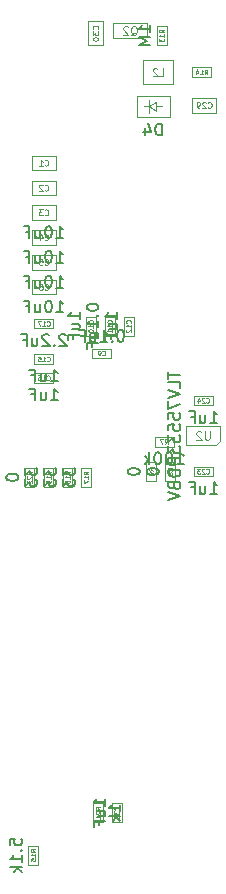
<source format=gbr>
%TF.GenerationSoftware,KiCad,Pcbnew,9.0.5*%
%TF.CreationDate,2025-11-24T11:18:26-05:00*%
%TF.ProjectId,everframe_board,65766572-6672-4616-9d65-5f626f617264,rev?*%
%TF.SameCoordinates,Original*%
%TF.FileFunction,AssemblyDrawing,Bot*%
%FSLAX46Y46*%
G04 Gerber Fmt 4.6, Leading zero omitted, Abs format (unit mm)*
G04 Created by KiCad (PCBNEW 9.0.5) date 2025-11-24 11:18:26*
%MOMM*%
%LPD*%
G01*
G04 APERTURE LIST*
%ADD10C,0.150000*%
%ADD11C,0.060000*%
%ADD12C,0.080000*%
%ADD13C,0.110000*%
%ADD14C,0.090000*%
%ADD15C,0.100000*%
G04 APERTURE END LIST*
D10*
X90095238Y-92384819D02*
X90666666Y-92384819D01*
X90380952Y-92384819D02*
X90380952Y-91384819D01*
X90380952Y-91384819D02*
X90476190Y-91527676D01*
X90476190Y-91527676D02*
X90571428Y-91622914D01*
X90571428Y-91622914D02*
X90666666Y-91670533D01*
X89238095Y-91718152D02*
X89238095Y-92384819D01*
X89666666Y-91718152D02*
X89666666Y-92241961D01*
X89666666Y-92241961D02*
X89619047Y-92337200D01*
X89619047Y-92337200D02*
X89523809Y-92384819D01*
X89523809Y-92384819D02*
X89380952Y-92384819D01*
X89380952Y-92384819D02*
X89285714Y-92337200D01*
X89285714Y-92337200D02*
X89238095Y-92289580D01*
X88428571Y-91861009D02*
X88761904Y-91861009D01*
X88761904Y-92384819D02*
X88761904Y-91384819D01*
X88761904Y-91384819D02*
X88285714Y-91384819D01*
D11*
X89757142Y-90643832D02*
X89776190Y-90662880D01*
X89776190Y-90662880D02*
X89833332Y-90681927D01*
X89833332Y-90681927D02*
X89871428Y-90681927D01*
X89871428Y-90681927D02*
X89928571Y-90662880D01*
X89928571Y-90662880D02*
X89966666Y-90624784D01*
X89966666Y-90624784D02*
X89985713Y-90586689D01*
X89985713Y-90586689D02*
X90004761Y-90510499D01*
X90004761Y-90510499D02*
X90004761Y-90453356D01*
X90004761Y-90453356D02*
X89985713Y-90377165D01*
X89985713Y-90377165D02*
X89966666Y-90339070D01*
X89966666Y-90339070D02*
X89928571Y-90300975D01*
X89928571Y-90300975D02*
X89871428Y-90281927D01*
X89871428Y-90281927D02*
X89833332Y-90281927D01*
X89833332Y-90281927D02*
X89776190Y-90300975D01*
X89776190Y-90300975D02*
X89757142Y-90320022D01*
X89604761Y-90320022D02*
X89585713Y-90300975D01*
X89585713Y-90300975D02*
X89547618Y-90281927D01*
X89547618Y-90281927D02*
X89452380Y-90281927D01*
X89452380Y-90281927D02*
X89414285Y-90300975D01*
X89414285Y-90300975D02*
X89395237Y-90320022D01*
X89395237Y-90320022D02*
X89376190Y-90358118D01*
X89376190Y-90358118D02*
X89376190Y-90396213D01*
X89376190Y-90396213D02*
X89395237Y-90453356D01*
X89395237Y-90453356D02*
X89623809Y-90681927D01*
X89623809Y-90681927D02*
X89376190Y-90681927D01*
X89242857Y-90281927D02*
X88995238Y-90281927D01*
X88995238Y-90281927D02*
X89128571Y-90434308D01*
X89128571Y-90434308D02*
X89071428Y-90434308D01*
X89071428Y-90434308D02*
X89033333Y-90453356D01*
X89033333Y-90453356D02*
X89014285Y-90472403D01*
X89014285Y-90472403D02*
X88995238Y-90510499D01*
X88995238Y-90510499D02*
X88995238Y-90605737D01*
X88995238Y-90605737D02*
X89014285Y-90643832D01*
X89014285Y-90643832D02*
X89033333Y-90662880D01*
X89033333Y-90662880D02*
X89071428Y-90681927D01*
X89071428Y-90681927D02*
X89185714Y-90681927D01*
X89185714Y-90681927D02*
X89223809Y-90662880D01*
X89223809Y-90662880D02*
X89242857Y-90643832D01*
D12*
X89896428Y-59686280D02*
X89920237Y-59710090D01*
X89920237Y-59710090D02*
X89991666Y-59733899D01*
X89991666Y-59733899D02*
X90039285Y-59733899D01*
X90039285Y-59733899D02*
X90110713Y-59710090D01*
X90110713Y-59710090D02*
X90158332Y-59662470D01*
X90158332Y-59662470D02*
X90182142Y-59614851D01*
X90182142Y-59614851D02*
X90205951Y-59519613D01*
X90205951Y-59519613D02*
X90205951Y-59448185D01*
X90205951Y-59448185D02*
X90182142Y-59352947D01*
X90182142Y-59352947D02*
X90158332Y-59305328D01*
X90158332Y-59305328D02*
X90110713Y-59257709D01*
X90110713Y-59257709D02*
X90039285Y-59233899D01*
X90039285Y-59233899D02*
X89991666Y-59233899D01*
X89991666Y-59233899D02*
X89920237Y-59257709D01*
X89920237Y-59257709D02*
X89896428Y-59281518D01*
X89705951Y-59281518D02*
X89682142Y-59257709D01*
X89682142Y-59257709D02*
X89634523Y-59233899D01*
X89634523Y-59233899D02*
X89515475Y-59233899D01*
X89515475Y-59233899D02*
X89467856Y-59257709D01*
X89467856Y-59257709D02*
X89444047Y-59281518D01*
X89444047Y-59281518D02*
X89420237Y-59329137D01*
X89420237Y-59329137D02*
X89420237Y-59376756D01*
X89420237Y-59376756D02*
X89444047Y-59448185D01*
X89444047Y-59448185D02*
X89729761Y-59733899D01*
X89729761Y-59733899D02*
X89420237Y-59733899D01*
X89182142Y-59733899D02*
X89086904Y-59733899D01*
X89086904Y-59733899D02*
X89039285Y-59710090D01*
X89039285Y-59710090D02*
X89015476Y-59686280D01*
X89015476Y-59686280D02*
X88967857Y-59614851D01*
X88967857Y-59614851D02*
X88944047Y-59519613D01*
X88944047Y-59519613D02*
X88944047Y-59329137D01*
X88944047Y-59329137D02*
X88967857Y-59281518D01*
X88967857Y-59281518D02*
X88991666Y-59257709D01*
X88991666Y-59257709D02*
X89039285Y-59233899D01*
X89039285Y-59233899D02*
X89134523Y-59233899D01*
X89134523Y-59233899D02*
X89182142Y-59257709D01*
X89182142Y-59257709D02*
X89205952Y-59281518D01*
X89205952Y-59281518D02*
X89229761Y-59329137D01*
X89229761Y-59329137D02*
X89229761Y-59448185D01*
X89229761Y-59448185D02*
X89205952Y-59495804D01*
X89205952Y-59495804D02*
X89182142Y-59519613D01*
X89182142Y-59519613D02*
X89134523Y-59543423D01*
X89134523Y-59543423D02*
X89039285Y-59543423D01*
X89039285Y-59543423D02*
X88991666Y-59519613D01*
X88991666Y-59519613D02*
X88967857Y-59495804D01*
X88967857Y-59495804D02*
X88944047Y-59448185D01*
D10*
X86554819Y-82071428D02*
X86554819Y-82642856D01*
X87554819Y-82357142D02*
X86554819Y-82357142D01*
X87554819Y-83452380D02*
X87554819Y-82976190D01*
X87554819Y-82976190D02*
X86554819Y-82976190D01*
X86554819Y-83642857D02*
X87554819Y-83976190D01*
X87554819Y-83976190D02*
X86554819Y-84309523D01*
X86554819Y-84547619D02*
X86554819Y-85214285D01*
X86554819Y-85214285D02*
X87554819Y-84785714D01*
X86554819Y-86071428D02*
X86554819Y-85595238D01*
X86554819Y-85595238D02*
X87031009Y-85547619D01*
X87031009Y-85547619D02*
X86983390Y-85595238D01*
X86983390Y-85595238D02*
X86935771Y-85690476D01*
X86935771Y-85690476D02*
X86935771Y-85928571D01*
X86935771Y-85928571D02*
X86983390Y-86023809D01*
X86983390Y-86023809D02*
X87031009Y-86071428D01*
X87031009Y-86071428D02*
X87126247Y-86119047D01*
X87126247Y-86119047D02*
X87364342Y-86119047D01*
X87364342Y-86119047D02*
X87459580Y-86071428D01*
X87459580Y-86071428D02*
X87507200Y-86023809D01*
X87507200Y-86023809D02*
X87554819Y-85928571D01*
X87554819Y-85928571D02*
X87554819Y-85690476D01*
X87554819Y-85690476D02*
X87507200Y-85595238D01*
X87507200Y-85595238D02*
X87459580Y-85547619D01*
X86554819Y-87023809D02*
X86554819Y-86547619D01*
X86554819Y-86547619D02*
X87031009Y-86500000D01*
X87031009Y-86500000D02*
X86983390Y-86547619D01*
X86983390Y-86547619D02*
X86935771Y-86642857D01*
X86935771Y-86642857D02*
X86935771Y-86880952D01*
X86935771Y-86880952D02*
X86983390Y-86976190D01*
X86983390Y-86976190D02*
X87031009Y-87023809D01*
X87031009Y-87023809D02*
X87126247Y-87071428D01*
X87126247Y-87071428D02*
X87364342Y-87071428D01*
X87364342Y-87071428D02*
X87459580Y-87023809D01*
X87459580Y-87023809D02*
X87507200Y-86976190D01*
X87507200Y-86976190D02*
X87554819Y-86880952D01*
X87554819Y-86880952D02*
X87554819Y-86642857D01*
X87554819Y-86642857D02*
X87507200Y-86547619D01*
X87507200Y-86547619D02*
X87459580Y-86500000D01*
X86554819Y-87404762D02*
X86554819Y-88023809D01*
X86554819Y-88023809D02*
X86935771Y-87690476D01*
X86935771Y-87690476D02*
X86935771Y-87833333D01*
X86935771Y-87833333D02*
X86983390Y-87928571D01*
X86983390Y-87928571D02*
X87031009Y-87976190D01*
X87031009Y-87976190D02*
X87126247Y-88023809D01*
X87126247Y-88023809D02*
X87364342Y-88023809D01*
X87364342Y-88023809D02*
X87459580Y-87976190D01*
X87459580Y-87976190D02*
X87507200Y-87928571D01*
X87507200Y-87928571D02*
X87554819Y-87833333D01*
X87554819Y-87833333D02*
X87554819Y-87547619D01*
X87554819Y-87547619D02*
X87507200Y-87452381D01*
X87507200Y-87452381D02*
X87459580Y-87404762D01*
X86554819Y-88357143D02*
X86554819Y-88976190D01*
X86554819Y-88976190D02*
X86935771Y-88642857D01*
X86935771Y-88642857D02*
X86935771Y-88785714D01*
X86935771Y-88785714D02*
X86983390Y-88880952D01*
X86983390Y-88880952D02*
X87031009Y-88928571D01*
X87031009Y-88928571D02*
X87126247Y-88976190D01*
X87126247Y-88976190D02*
X87364342Y-88976190D01*
X87364342Y-88976190D02*
X87459580Y-88928571D01*
X87459580Y-88928571D02*
X87507200Y-88880952D01*
X87507200Y-88880952D02*
X87554819Y-88785714D01*
X87554819Y-88785714D02*
X87554819Y-88500000D01*
X87554819Y-88500000D02*
X87507200Y-88404762D01*
X87507200Y-88404762D02*
X87459580Y-88357143D01*
X87554819Y-89404762D02*
X86554819Y-89404762D01*
X86554819Y-89404762D02*
X86554819Y-89785714D01*
X86554819Y-89785714D02*
X86602438Y-89880952D01*
X86602438Y-89880952D02*
X86650057Y-89928571D01*
X86650057Y-89928571D02*
X86745295Y-89976190D01*
X86745295Y-89976190D02*
X86888152Y-89976190D01*
X86888152Y-89976190D02*
X86983390Y-89928571D01*
X86983390Y-89928571D02*
X87031009Y-89880952D01*
X87031009Y-89880952D02*
X87078628Y-89785714D01*
X87078628Y-89785714D02*
X87078628Y-89404762D01*
X87554819Y-90404762D02*
X86554819Y-90404762D01*
X86554819Y-90404762D02*
X86554819Y-90642857D01*
X86554819Y-90642857D02*
X86602438Y-90785714D01*
X86602438Y-90785714D02*
X86697676Y-90880952D01*
X86697676Y-90880952D02*
X86792914Y-90928571D01*
X86792914Y-90928571D02*
X86983390Y-90976190D01*
X86983390Y-90976190D02*
X87126247Y-90976190D01*
X87126247Y-90976190D02*
X87316723Y-90928571D01*
X87316723Y-90928571D02*
X87411961Y-90880952D01*
X87411961Y-90880952D02*
X87507200Y-90785714D01*
X87507200Y-90785714D02*
X87554819Y-90642857D01*
X87554819Y-90642857D02*
X87554819Y-90404762D01*
X87031009Y-91738095D02*
X87078628Y-91880952D01*
X87078628Y-91880952D02*
X87126247Y-91928571D01*
X87126247Y-91928571D02*
X87221485Y-91976190D01*
X87221485Y-91976190D02*
X87364342Y-91976190D01*
X87364342Y-91976190D02*
X87459580Y-91928571D01*
X87459580Y-91928571D02*
X87507200Y-91880952D01*
X87507200Y-91880952D02*
X87554819Y-91785714D01*
X87554819Y-91785714D02*
X87554819Y-91404762D01*
X87554819Y-91404762D02*
X86554819Y-91404762D01*
X86554819Y-91404762D02*
X86554819Y-91738095D01*
X86554819Y-91738095D02*
X86602438Y-91833333D01*
X86602438Y-91833333D02*
X86650057Y-91880952D01*
X86650057Y-91880952D02*
X86745295Y-91928571D01*
X86745295Y-91928571D02*
X86840533Y-91928571D01*
X86840533Y-91928571D02*
X86935771Y-91880952D01*
X86935771Y-91880952D02*
X86983390Y-91833333D01*
X86983390Y-91833333D02*
X87031009Y-91738095D01*
X87031009Y-91738095D02*
X87031009Y-91404762D01*
X86554819Y-92261905D02*
X87554819Y-92595238D01*
X87554819Y-92595238D02*
X86554819Y-92928571D01*
D13*
X90048571Y-87107365D02*
X90048571Y-87690222D01*
X90048571Y-87690222D02*
X90014285Y-87758794D01*
X90014285Y-87758794D02*
X89980000Y-87793080D01*
X89980000Y-87793080D02*
X89911428Y-87827365D01*
X89911428Y-87827365D02*
X89774285Y-87827365D01*
X89774285Y-87827365D02*
X89705714Y-87793080D01*
X89705714Y-87793080D02*
X89671428Y-87758794D01*
X89671428Y-87758794D02*
X89637142Y-87690222D01*
X89637142Y-87690222D02*
X89637142Y-87107365D01*
X89328571Y-87175937D02*
X89294285Y-87141651D01*
X89294285Y-87141651D02*
X89225714Y-87107365D01*
X89225714Y-87107365D02*
X89054285Y-87107365D01*
X89054285Y-87107365D02*
X88985714Y-87141651D01*
X88985714Y-87141651D02*
X88951428Y-87175937D01*
X88951428Y-87175937D02*
X88917142Y-87244508D01*
X88917142Y-87244508D02*
X88917142Y-87313080D01*
X88917142Y-87313080D02*
X88951428Y-87415937D01*
X88951428Y-87415937D02*
X89362856Y-87827365D01*
X89362856Y-87827365D02*
X88917142Y-87827365D01*
D10*
X77071428Y-74934819D02*
X77642856Y-74934819D01*
X77357142Y-74934819D02*
X77357142Y-73934819D01*
X77357142Y-73934819D02*
X77452380Y-74077676D01*
X77452380Y-74077676D02*
X77547618Y-74172914D01*
X77547618Y-74172914D02*
X77642856Y-74220533D01*
X76452380Y-73934819D02*
X76357142Y-73934819D01*
X76357142Y-73934819D02*
X76261904Y-73982438D01*
X76261904Y-73982438D02*
X76214285Y-74030057D01*
X76214285Y-74030057D02*
X76166666Y-74125295D01*
X76166666Y-74125295D02*
X76119047Y-74315771D01*
X76119047Y-74315771D02*
X76119047Y-74553866D01*
X76119047Y-74553866D02*
X76166666Y-74744342D01*
X76166666Y-74744342D02*
X76214285Y-74839580D01*
X76214285Y-74839580D02*
X76261904Y-74887200D01*
X76261904Y-74887200D02*
X76357142Y-74934819D01*
X76357142Y-74934819D02*
X76452380Y-74934819D01*
X76452380Y-74934819D02*
X76547618Y-74887200D01*
X76547618Y-74887200D02*
X76595237Y-74839580D01*
X76595237Y-74839580D02*
X76642856Y-74744342D01*
X76642856Y-74744342D02*
X76690475Y-74553866D01*
X76690475Y-74553866D02*
X76690475Y-74315771D01*
X76690475Y-74315771D02*
X76642856Y-74125295D01*
X76642856Y-74125295D02*
X76595237Y-74030057D01*
X76595237Y-74030057D02*
X76547618Y-73982438D01*
X76547618Y-73982438D02*
X76452380Y-73934819D01*
X75261904Y-74268152D02*
X75261904Y-74934819D01*
X75690475Y-74268152D02*
X75690475Y-74791961D01*
X75690475Y-74791961D02*
X75642856Y-74887200D01*
X75642856Y-74887200D02*
X75547618Y-74934819D01*
X75547618Y-74934819D02*
X75404761Y-74934819D01*
X75404761Y-74934819D02*
X75309523Y-74887200D01*
X75309523Y-74887200D02*
X75261904Y-74839580D01*
X74452380Y-74411009D02*
X74785713Y-74411009D01*
X74785713Y-74934819D02*
X74785713Y-73934819D01*
X74785713Y-73934819D02*
X74309523Y-73934819D01*
D12*
X76083333Y-72979530D02*
X76107142Y-73003340D01*
X76107142Y-73003340D02*
X76178571Y-73027149D01*
X76178571Y-73027149D02*
X76226190Y-73027149D01*
X76226190Y-73027149D02*
X76297618Y-73003340D01*
X76297618Y-73003340D02*
X76345237Y-72955720D01*
X76345237Y-72955720D02*
X76369047Y-72908101D01*
X76369047Y-72908101D02*
X76392856Y-72812863D01*
X76392856Y-72812863D02*
X76392856Y-72741435D01*
X76392856Y-72741435D02*
X76369047Y-72646197D01*
X76369047Y-72646197D02*
X76345237Y-72598578D01*
X76345237Y-72598578D02*
X76297618Y-72550959D01*
X76297618Y-72550959D02*
X76226190Y-72527149D01*
X76226190Y-72527149D02*
X76178571Y-72527149D01*
X76178571Y-72527149D02*
X76107142Y-72550959D01*
X76107142Y-72550959D02*
X76083333Y-72574768D01*
X75630952Y-72527149D02*
X75869047Y-72527149D01*
X75869047Y-72527149D02*
X75892856Y-72765244D01*
X75892856Y-72765244D02*
X75869047Y-72741435D01*
X75869047Y-72741435D02*
X75821428Y-72717625D01*
X75821428Y-72717625D02*
X75702380Y-72717625D01*
X75702380Y-72717625D02*
X75654761Y-72741435D01*
X75654761Y-72741435D02*
X75630952Y-72765244D01*
X75630952Y-72765244D02*
X75607142Y-72812863D01*
X75607142Y-72812863D02*
X75607142Y-72931911D01*
X75607142Y-72931911D02*
X75630952Y-72979530D01*
X75630952Y-72979530D02*
X75654761Y-73003340D01*
X75654761Y-73003340D02*
X75702380Y-73027149D01*
X75702380Y-73027149D02*
X75821428Y-73027149D01*
X75821428Y-73027149D02*
X75869047Y-73003340D01*
X75869047Y-73003340D02*
X75892856Y-72979530D01*
D10*
X82224819Y-77604761D02*
X82224819Y-77033333D01*
X82224819Y-77319047D02*
X81224819Y-77319047D01*
X81224819Y-77319047D02*
X81367676Y-77223809D01*
X81367676Y-77223809D02*
X81462914Y-77128571D01*
X81462914Y-77128571D02*
X81510533Y-77033333D01*
X81558152Y-78461904D02*
X82224819Y-78461904D01*
X81558152Y-78033333D02*
X82081961Y-78033333D01*
X82081961Y-78033333D02*
X82177200Y-78080952D01*
X82177200Y-78080952D02*
X82224819Y-78176190D01*
X82224819Y-78176190D02*
X82224819Y-78319047D01*
X82224819Y-78319047D02*
X82177200Y-78414285D01*
X82177200Y-78414285D02*
X82129580Y-78461904D01*
X81701009Y-79271428D02*
X81701009Y-78938095D01*
X82224819Y-78938095D02*
X81224819Y-78938095D01*
X81224819Y-78938095D02*
X81224819Y-79414285D01*
D11*
X83343832Y-77942857D02*
X83362880Y-77923809D01*
X83362880Y-77923809D02*
X83381927Y-77866667D01*
X83381927Y-77866667D02*
X83381927Y-77828571D01*
X83381927Y-77828571D02*
X83362880Y-77771428D01*
X83362880Y-77771428D02*
X83324784Y-77733333D01*
X83324784Y-77733333D02*
X83286689Y-77714286D01*
X83286689Y-77714286D02*
X83210499Y-77695238D01*
X83210499Y-77695238D02*
X83153356Y-77695238D01*
X83153356Y-77695238D02*
X83077165Y-77714286D01*
X83077165Y-77714286D02*
X83039070Y-77733333D01*
X83039070Y-77733333D02*
X83000975Y-77771428D01*
X83000975Y-77771428D02*
X82981927Y-77828571D01*
X82981927Y-77828571D02*
X82981927Y-77866667D01*
X82981927Y-77866667D02*
X83000975Y-77923809D01*
X83000975Y-77923809D02*
X83020022Y-77942857D01*
X83381927Y-78323809D02*
X83381927Y-78095238D01*
X83381927Y-78209524D02*
X82981927Y-78209524D01*
X82981927Y-78209524D02*
X83039070Y-78171428D01*
X83039070Y-78171428D02*
X83077165Y-78133333D01*
X83077165Y-78133333D02*
X83096213Y-78095238D01*
X83020022Y-78476190D02*
X83000975Y-78495238D01*
X83000975Y-78495238D02*
X82981927Y-78533333D01*
X82981927Y-78533333D02*
X82981927Y-78628571D01*
X82981927Y-78628571D02*
X83000975Y-78666666D01*
X83000975Y-78666666D02*
X83020022Y-78685714D01*
X83020022Y-78685714D02*
X83058118Y-78704761D01*
X83058118Y-78704761D02*
X83096213Y-78704761D01*
X83096213Y-78704761D02*
X83153356Y-78685714D01*
X83153356Y-78685714D02*
X83381927Y-78457142D01*
X83381927Y-78457142D02*
X83381927Y-78704761D01*
D10*
X77880951Y-78980057D02*
X77833332Y-78932438D01*
X77833332Y-78932438D02*
X77738094Y-78884819D01*
X77738094Y-78884819D02*
X77499999Y-78884819D01*
X77499999Y-78884819D02*
X77404761Y-78932438D01*
X77404761Y-78932438D02*
X77357142Y-78980057D01*
X77357142Y-78980057D02*
X77309523Y-79075295D01*
X77309523Y-79075295D02*
X77309523Y-79170533D01*
X77309523Y-79170533D02*
X77357142Y-79313390D01*
X77357142Y-79313390D02*
X77928570Y-79884819D01*
X77928570Y-79884819D02*
X77309523Y-79884819D01*
X76880951Y-79789580D02*
X76833332Y-79837200D01*
X76833332Y-79837200D02*
X76880951Y-79884819D01*
X76880951Y-79884819D02*
X76928570Y-79837200D01*
X76928570Y-79837200D02*
X76880951Y-79789580D01*
X76880951Y-79789580D02*
X76880951Y-79884819D01*
X76452380Y-78980057D02*
X76404761Y-78932438D01*
X76404761Y-78932438D02*
X76309523Y-78884819D01*
X76309523Y-78884819D02*
X76071428Y-78884819D01*
X76071428Y-78884819D02*
X75976190Y-78932438D01*
X75976190Y-78932438D02*
X75928571Y-78980057D01*
X75928571Y-78980057D02*
X75880952Y-79075295D01*
X75880952Y-79075295D02*
X75880952Y-79170533D01*
X75880952Y-79170533D02*
X75928571Y-79313390D01*
X75928571Y-79313390D02*
X76499999Y-79884819D01*
X76499999Y-79884819D02*
X75880952Y-79884819D01*
X75023809Y-79218152D02*
X75023809Y-79884819D01*
X75452380Y-79218152D02*
X75452380Y-79741961D01*
X75452380Y-79741961D02*
X75404761Y-79837200D01*
X75404761Y-79837200D02*
X75309523Y-79884819D01*
X75309523Y-79884819D02*
X75166666Y-79884819D01*
X75166666Y-79884819D02*
X75071428Y-79837200D01*
X75071428Y-79837200D02*
X75023809Y-79789580D01*
X74214285Y-79361009D02*
X74547618Y-79361009D01*
X74547618Y-79884819D02*
X74547618Y-78884819D01*
X74547618Y-78884819D02*
X74071428Y-78884819D01*
D11*
X76257142Y-78143832D02*
X76276190Y-78162880D01*
X76276190Y-78162880D02*
X76333332Y-78181927D01*
X76333332Y-78181927D02*
X76371428Y-78181927D01*
X76371428Y-78181927D02*
X76428571Y-78162880D01*
X76428571Y-78162880D02*
X76466666Y-78124784D01*
X76466666Y-78124784D02*
X76485713Y-78086689D01*
X76485713Y-78086689D02*
X76504761Y-78010499D01*
X76504761Y-78010499D02*
X76504761Y-77953356D01*
X76504761Y-77953356D02*
X76485713Y-77877165D01*
X76485713Y-77877165D02*
X76466666Y-77839070D01*
X76466666Y-77839070D02*
X76428571Y-77800975D01*
X76428571Y-77800975D02*
X76371428Y-77781927D01*
X76371428Y-77781927D02*
X76333332Y-77781927D01*
X76333332Y-77781927D02*
X76276190Y-77800975D01*
X76276190Y-77800975D02*
X76257142Y-77820022D01*
X75876190Y-78181927D02*
X76104761Y-78181927D01*
X75990475Y-78181927D02*
X75990475Y-77781927D01*
X75990475Y-77781927D02*
X76028571Y-77839070D01*
X76028571Y-77839070D02*
X76066666Y-77877165D01*
X76066666Y-77877165D02*
X76104761Y-77896213D01*
X75742857Y-77781927D02*
X75476190Y-77781927D01*
X75476190Y-77781927D02*
X75647619Y-78181927D01*
D13*
X83368571Y-53595937D02*
X83437142Y-53561651D01*
X83437142Y-53561651D02*
X83505714Y-53493080D01*
X83505714Y-53493080D02*
X83608571Y-53390222D01*
X83608571Y-53390222D02*
X83677142Y-53355937D01*
X83677142Y-53355937D02*
X83745714Y-53355937D01*
X83711428Y-53527365D02*
X83780000Y-53493080D01*
X83780000Y-53493080D02*
X83848571Y-53424508D01*
X83848571Y-53424508D02*
X83882857Y-53287365D01*
X83882857Y-53287365D02*
X83882857Y-53047365D01*
X83882857Y-53047365D02*
X83848571Y-52910222D01*
X83848571Y-52910222D02*
X83780000Y-52841651D01*
X83780000Y-52841651D02*
X83711428Y-52807365D01*
X83711428Y-52807365D02*
X83574285Y-52807365D01*
X83574285Y-52807365D02*
X83505714Y-52841651D01*
X83505714Y-52841651D02*
X83437142Y-52910222D01*
X83437142Y-52910222D02*
X83402857Y-53047365D01*
X83402857Y-53047365D02*
X83402857Y-53287365D01*
X83402857Y-53287365D02*
X83437142Y-53424508D01*
X83437142Y-53424508D02*
X83505714Y-53493080D01*
X83505714Y-53493080D02*
X83574285Y-53527365D01*
X83574285Y-53527365D02*
X83711428Y-53527365D01*
X83128571Y-52875937D02*
X83094285Y-52841651D01*
X83094285Y-52841651D02*
X83025714Y-52807365D01*
X83025714Y-52807365D02*
X82854285Y-52807365D01*
X82854285Y-52807365D02*
X82785714Y-52841651D01*
X82785714Y-52841651D02*
X82751428Y-52875937D01*
X82751428Y-52875937D02*
X82717142Y-52944508D01*
X82717142Y-52944508D02*
X82717142Y-53013080D01*
X82717142Y-53013080D02*
X82751428Y-53115937D01*
X82751428Y-53115937D02*
X83162856Y-53527365D01*
X83162856Y-53527365D02*
X82717142Y-53527365D01*
D10*
X72824819Y-90952381D02*
X72824819Y-91047619D01*
X72824819Y-91047619D02*
X72872438Y-91142857D01*
X72872438Y-91142857D02*
X72920057Y-91190476D01*
X72920057Y-91190476D02*
X73015295Y-91238095D01*
X73015295Y-91238095D02*
X73205771Y-91285714D01*
X73205771Y-91285714D02*
X73443866Y-91285714D01*
X73443866Y-91285714D02*
X73634342Y-91238095D01*
X73634342Y-91238095D02*
X73729580Y-91190476D01*
X73729580Y-91190476D02*
X73777200Y-91142857D01*
X73777200Y-91142857D02*
X73824819Y-91047619D01*
X73824819Y-91047619D02*
X73824819Y-90952381D01*
X73824819Y-90952381D02*
X73777200Y-90857143D01*
X73777200Y-90857143D02*
X73729580Y-90809524D01*
X73729580Y-90809524D02*
X73634342Y-90761905D01*
X73634342Y-90761905D02*
X73443866Y-90714286D01*
X73443866Y-90714286D02*
X73205771Y-90714286D01*
X73205771Y-90714286D02*
X73015295Y-90761905D01*
X73015295Y-90761905D02*
X72920057Y-90809524D01*
X72920057Y-90809524D02*
X72872438Y-90857143D01*
X72872438Y-90857143D02*
X72824819Y-90952381D01*
D11*
X74981927Y-90742857D02*
X74791451Y-90609524D01*
X74981927Y-90514286D02*
X74581927Y-90514286D01*
X74581927Y-90514286D02*
X74581927Y-90666667D01*
X74581927Y-90666667D02*
X74600975Y-90704762D01*
X74600975Y-90704762D02*
X74620022Y-90723809D01*
X74620022Y-90723809D02*
X74658118Y-90742857D01*
X74658118Y-90742857D02*
X74715260Y-90742857D01*
X74715260Y-90742857D02*
X74753356Y-90723809D01*
X74753356Y-90723809D02*
X74772403Y-90704762D01*
X74772403Y-90704762D02*
X74791451Y-90666667D01*
X74791451Y-90666667D02*
X74791451Y-90514286D01*
X74620022Y-90895238D02*
X74600975Y-90914286D01*
X74600975Y-90914286D02*
X74581927Y-90952381D01*
X74581927Y-90952381D02*
X74581927Y-91047619D01*
X74581927Y-91047619D02*
X74600975Y-91085714D01*
X74600975Y-91085714D02*
X74620022Y-91104762D01*
X74620022Y-91104762D02*
X74658118Y-91123809D01*
X74658118Y-91123809D02*
X74696213Y-91123809D01*
X74696213Y-91123809D02*
X74753356Y-91104762D01*
X74753356Y-91104762D02*
X74981927Y-90876190D01*
X74981927Y-90876190D02*
X74981927Y-91123809D01*
X74620022Y-91276190D02*
X74600975Y-91295238D01*
X74600975Y-91295238D02*
X74581927Y-91333333D01*
X74581927Y-91333333D02*
X74581927Y-91428571D01*
X74581927Y-91428571D02*
X74600975Y-91466666D01*
X74600975Y-91466666D02*
X74620022Y-91485714D01*
X74620022Y-91485714D02*
X74658118Y-91504761D01*
X74658118Y-91504761D02*
X74696213Y-91504761D01*
X74696213Y-91504761D02*
X74753356Y-91485714D01*
X74753356Y-91485714D02*
X74981927Y-91257142D01*
X74981927Y-91257142D02*
X74981927Y-91504761D01*
D12*
X76083333Y-66679530D02*
X76107142Y-66703340D01*
X76107142Y-66703340D02*
X76178571Y-66727149D01*
X76178571Y-66727149D02*
X76226190Y-66727149D01*
X76226190Y-66727149D02*
X76297618Y-66703340D01*
X76297618Y-66703340D02*
X76345237Y-66655720D01*
X76345237Y-66655720D02*
X76369047Y-66608101D01*
X76369047Y-66608101D02*
X76392856Y-66512863D01*
X76392856Y-66512863D02*
X76392856Y-66441435D01*
X76392856Y-66441435D02*
X76369047Y-66346197D01*
X76369047Y-66346197D02*
X76345237Y-66298578D01*
X76345237Y-66298578D02*
X76297618Y-66250959D01*
X76297618Y-66250959D02*
X76226190Y-66227149D01*
X76226190Y-66227149D02*
X76178571Y-66227149D01*
X76178571Y-66227149D02*
X76107142Y-66250959D01*
X76107142Y-66250959D02*
X76083333Y-66274768D01*
X75892856Y-66274768D02*
X75869047Y-66250959D01*
X75869047Y-66250959D02*
X75821428Y-66227149D01*
X75821428Y-66227149D02*
X75702380Y-66227149D01*
X75702380Y-66227149D02*
X75654761Y-66250959D01*
X75654761Y-66250959D02*
X75630952Y-66274768D01*
X75630952Y-66274768D02*
X75607142Y-66322387D01*
X75607142Y-66322387D02*
X75607142Y-66370006D01*
X75607142Y-66370006D02*
X75630952Y-66441435D01*
X75630952Y-66441435D02*
X75916666Y-66727149D01*
X75916666Y-66727149D02*
X75607142Y-66727149D01*
X76083333Y-64579530D02*
X76107142Y-64603340D01*
X76107142Y-64603340D02*
X76178571Y-64627149D01*
X76178571Y-64627149D02*
X76226190Y-64627149D01*
X76226190Y-64627149D02*
X76297618Y-64603340D01*
X76297618Y-64603340D02*
X76345237Y-64555720D01*
X76345237Y-64555720D02*
X76369047Y-64508101D01*
X76369047Y-64508101D02*
X76392856Y-64412863D01*
X76392856Y-64412863D02*
X76392856Y-64341435D01*
X76392856Y-64341435D02*
X76369047Y-64246197D01*
X76369047Y-64246197D02*
X76345237Y-64198578D01*
X76345237Y-64198578D02*
X76297618Y-64150959D01*
X76297618Y-64150959D02*
X76226190Y-64127149D01*
X76226190Y-64127149D02*
X76178571Y-64127149D01*
X76178571Y-64127149D02*
X76107142Y-64150959D01*
X76107142Y-64150959D02*
X76083333Y-64174768D01*
X75607142Y-64627149D02*
X75892856Y-64627149D01*
X75749999Y-64627149D02*
X75749999Y-64127149D01*
X75749999Y-64127149D02*
X75797618Y-64198578D01*
X75797618Y-64198578D02*
X75845237Y-64246197D01*
X75845237Y-64246197D02*
X75892856Y-64270006D01*
D10*
X86013094Y-62061569D02*
X86013094Y-61061569D01*
X86013094Y-61061569D02*
X85774999Y-61061569D01*
X85774999Y-61061569D02*
X85632142Y-61109188D01*
X85632142Y-61109188D02*
X85536904Y-61204426D01*
X85536904Y-61204426D02*
X85489285Y-61299664D01*
X85489285Y-61299664D02*
X85441666Y-61490140D01*
X85441666Y-61490140D02*
X85441666Y-61632997D01*
X85441666Y-61632997D02*
X85489285Y-61823473D01*
X85489285Y-61823473D02*
X85536904Y-61918711D01*
X85536904Y-61918711D02*
X85632142Y-62013950D01*
X85632142Y-62013950D02*
X85774999Y-62061569D01*
X85774999Y-62061569D02*
X86013094Y-62061569D01*
X84584523Y-61394902D02*
X84584523Y-62061569D01*
X84822618Y-61013950D02*
X85060713Y-61728235D01*
X85060713Y-61728235D02*
X84441666Y-61728235D01*
X74424819Y-90190476D02*
X74424819Y-90809523D01*
X74424819Y-90809523D02*
X74805771Y-90476190D01*
X74805771Y-90476190D02*
X74805771Y-90619047D01*
X74805771Y-90619047D02*
X74853390Y-90714285D01*
X74853390Y-90714285D02*
X74901009Y-90761904D01*
X74901009Y-90761904D02*
X74996247Y-90809523D01*
X74996247Y-90809523D02*
X75234342Y-90809523D01*
X75234342Y-90809523D02*
X75329580Y-90761904D01*
X75329580Y-90761904D02*
X75377200Y-90714285D01*
X75377200Y-90714285D02*
X75424819Y-90619047D01*
X75424819Y-90619047D02*
X75424819Y-90333333D01*
X75424819Y-90333333D02*
X75377200Y-90238095D01*
X75377200Y-90238095D02*
X75329580Y-90190476D01*
X74424819Y-91142857D02*
X74424819Y-91761904D01*
X74424819Y-91761904D02*
X74805771Y-91428571D01*
X74805771Y-91428571D02*
X74805771Y-91571428D01*
X74805771Y-91571428D02*
X74853390Y-91666666D01*
X74853390Y-91666666D02*
X74901009Y-91714285D01*
X74901009Y-91714285D02*
X74996247Y-91761904D01*
X74996247Y-91761904D02*
X75234342Y-91761904D01*
X75234342Y-91761904D02*
X75329580Y-91714285D01*
X75329580Y-91714285D02*
X75377200Y-91666666D01*
X75377200Y-91666666D02*
X75424819Y-91571428D01*
X75424819Y-91571428D02*
X75424819Y-91285714D01*
X75424819Y-91285714D02*
X75377200Y-91190476D01*
X75377200Y-91190476D02*
X75329580Y-91142857D01*
D11*
X76581927Y-90742857D02*
X76391451Y-90609524D01*
X76581927Y-90514286D02*
X76181927Y-90514286D01*
X76181927Y-90514286D02*
X76181927Y-90666667D01*
X76181927Y-90666667D02*
X76200975Y-90704762D01*
X76200975Y-90704762D02*
X76220022Y-90723809D01*
X76220022Y-90723809D02*
X76258118Y-90742857D01*
X76258118Y-90742857D02*
X76315260Y-90742857D01*
X76315260Y-90742857D02*
X76353356Y-90723809D01*
X76353356Y-90723809D02*
X76372403Y-90704762D01*
X76372403Y-90704762D02*
X76391451Y-90666667D01*
X76391451Y-90666667D02*
X76391451Y-90514286D01*
X76581927Y-91123809D02*
X76581927Y-90895238D01*
X76581927Y-91009524D02*
X76181927Y-91009524D01*
X76181927Y-91009524D02*
X76239070Y-90971428D01*
X76239070Y-90971428D02*
X76277165Y-90933333D01*
X76277165Y-90933333D02*
X76296213Y-90895238D01*
X76581927Y-91314285D02*
X76581927Y-91390476D01*
X76581927Y-91390476D02*
X76562880Y-91428571D01*
X76562880Y-91428571D02*
X76543832Y-91447619D01*
X76543832Y-91447619D02*
X76486689Y-91485714D01*
X76486689Y-91485714D02*
X76410499Y-91504761D01*
X76410499Y-91504761D02*
X76258118Y-91504761D01*
X76258118Y-91504761D02*
X76220022Y-91485714D01*
X76220022Y-91485714D02*
X76200975Y-91466666D01*
X76200975Y-91466666D02*
X76181927Y-91428571D01*
X76181927Y-91428571D02*
X76181927Y-91352380D01*
X76181927Y-91352380D02*
X76200975Y-91314285D01*
X76200975Y-91314285D02*
X76220022Y-91295238D01*
X76220022Y-91295238D02*
X76258118Y-91276190D01*
X76258118Y-91276190D02*
X76353356Y-91276190D01*
X76353356Y-91276190D02*
X76391451Y-91295238D01*
X76391451Y-91295238D02*
X76410499Y-91314285D01*
X76410499Y-91314285D02*
X76429546Y-91352380D01*
X76429546Y-91352380D02*
X76429546Y-91428571D01*
X76429546Y-91428571D02*
X76410499Y-91466666D01*
X76410499Y-91466666D02*
X76391451Y-91485714D01*
X76391451Y-91485714D02*
X76353356Y-91504761D01*
D10*
X77071428Y-70734819D02*
X77642856Y-70734819D01*
X77357142Y-70734819D02*
X77357142Y-69734819D01*
X77357142Y-69734819D02*
X77452380Y-69877676D01*
X77452380Y-69877676D02*
X77547618Y-69972914D01*
X77547618Y-69972914D02*
X77642856Y-70020533D01*
X76452380Y-69734819D02*
X76357142Y-69734819D01*
X76357142Y-69734819D02*
X76261904Y-69782438D01*
X76261904Y-69782438D02*
X76214285Y-69830057D01*
X76214285Y-69830057D02*
X76166666Y-69925295D01*
X76166666Y-69925295D02*
X76119047Y-70115771D01*
X76119047Y-70115771D02*
X76119047Y-70353866D01*
X76119047Y-70353866D02*
X76166666Y-70544342D01*
X76166666Y-70544342D02*
X76214285Y-70639580D01*
X76214285Y-70639580D02*
X76261904Y-70687200D01*
X76261904Y-70687200D02*
X76357142Y-70734819D01*
X76357142Y-70734819D02*
X76452380Y-70734819D01*
X76452380Y-70734819D02*
X76547618Y-70687200D01*
X76547618Y-70687200D02*
X76595237Y-70639580D01*
X76595237Y-70639580D02*
X76642856Y-70544342D01*
X76642856Y-70544342D02*
X76690475Y-70353866D01*
X76690475Y-70353866D02*
X76690475Y-70115771D01*
X76690475Y-70115771D02*
X76642856Y-69925295D01*
X76642856Y-69925295D02*
X76595237Y-69830057D01*
X76595237Y-69830057D02*
X76547618Y-69782438D01*
X76547618Y-69782438D02*
X76452380Y-69734819D01*
X75261904Y-70068152D02*
X75261904Y-70734819D01*
X75690475Y-70068152D02*
X75690475Y-70591961D01*
X75690475Y-70591961D02*
X75642856Y-70687200D01*
X75642856Y-70687200D02*
X75547618Y-70734819D01*
X75547618Y-70734819D02*
X75404761Y-70734819D01*
X75404761Y-70734819D02*
X75309523Y-70687200D01*
X75309523Y-70687200D02*
X75261904Y-70639580D01*
X74452380Y-70211009D02*
X74785713Y-70211009D01*
X74785713Y-70734819D02*
X74785713Y-69734819D01*
X74785713Y-69734819D02*
X74309523Y-69734819D01*
D12*
X76083333Y-68779530D02*
X76107142Y-68803340D01*
X76107142Y-68803340D02*
X76178571Y-68827149D01*
X76178571Y-68827149D02*
X76226190Y-68827149D01*
X76226190Y-68827149D02*
X76297618Y-68803340D01*
X76297618Y-68803340D02*
X76345237Y-68755720D01*
X76345237Y-68755720D02*
X76369047Y-68708101D01*
X76369047Y-68708101D02*
X76392856Y-68612863D01*
X76392856Y-68612863D02*
X76392856Y-68541435D01*
X76392856Y-68541435D02*
X76369047Y-68446197D01*
X76369047Y-68446197D02*
X76345237Y-68398578D01*
X76345237Y-68398578D02*
X76297618Y-68350959D01*
X76297618Y-68350959D02*
X76226190Y-68327149D01*
X76226190Y-68327149D02*
X76178571Y-68327149D01*
X76178571Y-68327149D02*
X76107142Y-68350959D01*
X76107142Y-68350959D02*
X76083333Y-68374768D01*
X75916666Y-68327149D02*
X75607142Y-68327149D01*
X75607142Y-68327149D02*
X75773809Y-68517625D01*
X75773809Y-68517625D02*
X75702380Y-68517625D01*
X75702380Y-68517625D02*
X75654761Y-68541435D01*
X75654761Y-68541435D02*
X75630952Y-68565244D01*
X75630952Y-68565244D02*
X75607142Y-68612863D01*
X75607142Y-68612863D02*
X75607142Y-68731911D01*
X75607142Y-68731911D02*
X75630952Y-68779530D01*
X75630952Y-68779530D02*
X75654761Y-68803340D01*
X75654761Y-68803340D02*
X75702380Y-68827149D01*
X75702380Y-68827149D02*
X75845237Y-68827149D01*
X75845237Y-68827149D02*
X75892856Y-68803340D01*
X75892856Y-68803340D02*
X75916666Y-68779530D01*
D10*
X73124819Y-122119047D02*
X73124819Y-121642857D01*
X73124819Y-121642857D02*
X73601009Y-121595238D01*
X73601009Y-121595238D02*
X73553390Y-121642857D01*
X73553390Y-121642857D02*
X73505771Y-121738095D01*
X73505771Y-121738095D02*
X73505771Y-121976190D01*
X73505771Y-121976190D02*
X73553390Y-122071428D01*
X73553390Y-122071428D02*
X73601009Y-122119047D01*
X73601009Y-122119047D02*
X73696247Y-122166666D01*
X73696247Y-122166666D02*
X73934342Y-122166666D01*
X73934342Y-122166666D02*
X74029580Y-122119047D01*
X74029580Y-122119047D02*
X74077200Y-122071428D01*
X74077200Y-122071428D02*
X74124819Y-121976190D01*
X74124819Y-121976190D02*
X74124819Y-121738095D01*
X74124819Y-121738095D02*
X74077200Y-121642857D01*
X74077200Y-121642857D02*
X74029580Y-121595238D01*
X74029580Y-122595238D02*
X74077200Y-122642857D01*
X74077200Y-122642857D02*
X74124819Y-122595238D01*
X74124819Y-122595238D02*
X74077200Y-122547619D01*
X74077200Y-122547619D02*
X74029580Y-122595238D01*
X74029580Y-122595238D02*
X74124819Y-122595238D01*
X74124819Y-123595237D02*
X74124819Y-123023809D01*
X74124819Y-123309523D02*
X73124819Y-123309523D01*
X73124819Y-123309523D02*
X73267676Y-123214285D01*
X73267676Y-123214285D02*
X73362914Y-123119047D01*
X73362914Y-123119047D02*
X73410533Y-123023809D01*
X74124819Y-124023809D02*
X73124819Y-124023809D01*
X73743866Y-124119047D02*
X74124819Y-124404761D01*
X73458152Y-124404761D02*
X73839104Y-124023809D01*
D11*
X75281927Y-122742857D02*
X75091451Y-122609524D01*
X75281927Y-122514286D02*
X74881927Y-122514286D01*
X74881927Y-122514286D02*
X74881927Y-122666667D01*
X74881927Y-122666667D02*
X74900975Y-122704762D01*
X74900975Y-122704762D02*
X74920022Y-122723809D01*
X74920022Y-122723809D02*
X74958118Y-122742857D01*
X74958118Y-122742857D02*
X75015260Y-122742857D01*
X75015260Y-122742857D02*
X75053356Y-122723809D01*
X75053356Y-122723809D02*
X75072403Y-122704762D01*
X75072403Y-122704762D02*
X75091451Y-122666667D01*
X75091451Y-122666667D02*
X75091451Y-122514286D01*
X75281927Y-123123809D02*
X75281927Y-122895238D01*
X75281927Y-123009524D02*
X74881927Y-123009524D01*
X74881927Y-123009524D02*
X74939070Y-122971428D01*
X74939070Y-122971428D02*
X74977165Y-122933333D01*
X74977165Y-122933333D02*
X74996213Y-122895238D01*
X74881927Y-123485714D02*
X74881927Y-123295238D01*
X74881927Y-123295238D02*
X75072403Y-123276190D01*
X75072403Y-123276190D02*
X75053356Y-123295238D01*
X75053356Y-123295238D02*
X75034308Y-123333333D01*
X75034308Y-123333333D02*
X75034308Y-123428571D01*
X75034308Y-123428571D02*
X75053356Y-123466666D01*
X75053356Y-123466666D02*
X75072403Y-123485714D01*
X75072403Y-123485714D02*
X75110499Y-123504761D01*
X75110499Y-123504761D02*
X75205737Y-123504761D01*
X75205737Y-123504761D02*
X75243832Y-123485714D01*
X75243832Y-123485714D02*
X75262880Y-123466666D01*
X75262880Y-123466666D02*
X75281927Y-123428571D01*
X75281927Y-123428571D02*
X75281927Y-123333333D01*
X75281927Y-123333333D02*
X75262880Y-123295238D01*
X75262880Y-123295238D02*
X75243832Y-123276190D01*
D10*
X84724819Y-90452381D02*
X84724819Y-90547619D01*
X84724819Y-90547619D02*
X84772438Y-90642857D01*
X84772438Y-90642857D02*
X84820057Y-90690476D01*
X84820057Y-90690476D02*
X84915295Y-90738095D01*
X84915295Y-90738095D02*
X85105771Y-90785714D01*
X85105771Y-90785714D02*
X85343866Y-90785714D01*
X85343866Y-90785714D02*
X85534342Y-90738095D01*
X85534342Y-90738095D02*
X85629580Y-90690476D01*
X85629580Y-90690476D02*
X85677200Y-90642857D01*
X85677200Y-90642857D02*
X85724819Y-90547619D01*
X85724819Y-90547619D02*
X85724819Y-90452381D01*
X85724819Y-90452381D02*
X85677200Y-90357143D01*
X85677200Y-90357143D02*
X85629580Y-90309524D01*
X85629580Y-90309524D02*
X85534342Y-90261905D01*
X85534342Y-90261905D02*
X85343866Y-90214286D01*
X85343866Y-90214286D02*
X85105771Y-90214286D01*
X85105771Y-90214286D02*
X84915295Y-90261905D01*
X84915295Y-90261905D02*
X84820057Y-90309524D01*
X84820057Y-90309524D02*
X84772438Y-90357143D01*
X84772438Y-90357143D02*
X84724819Y-90452381D01*
D11*
X86881927Y-90433333D02*
X86691451Y-90300000D01*
X86881927Y-90204762D02*
X86481927Y-90204762D01*
X86481927Y-90204762D02*
X86481927Y-90357143D01*
X86481927Y-90357143D02*
X86500975Y-90395238D01*
X86500975Y-90395238D02*
X86520022Y-90414285D01*
X86520022Y-90414285D02*
X86558118Y-90433333D01*
X86558118Y-90433333D02*
X86615260Y-90433333D01*
X86615260Y-90433333D02*
X86653356Y-90414285D01*
X86653356Y-90414285D02*
X86672403Y-90395238D01*
X86672403Y-90395238D02*
X86691451Y-90357143D01*
X86691451Y-90357143D02*
X86691451Y-90204762D01*
X86653356Y-90661904D02*
X86634308Y-90623809D01*
X86634308Y-90623809D02*
X86615260Y-90604762D01*
X86615260Y-90604762D02*
X86577165Y-90585714D01*
X86577165Y-90585714D02*
X86558118Y-90585714D01*
X86558118Y-90585714D02*
X86520022Y-90604762D01*
X86520022Y-90604762D02*
X86500975Y-90623809D01*
X86500975Y-90623809D02*
X86481927Y-90661904D01*
X86481927Y-90661904D02*
X86481927Y-90738095D01*
X86481927Y-90738095D02*
X86500975Y-90776190D01*
X86500975Y-90776190D02*
X86520022Y-90795238D01*
X86520022Y-90795238D02*
X86558118Y-90814285D01*
X86558118Y-90814285D02*
X86577165Y-90814285D01*
X86577165Y-90814285D02*
X86615260Y-90795238D01*
X86615260Y-90795238D02*
X86634308Y-90776190D01*
X86634308Y-90776190D02*
X86653356Y-90738095D01*
X86653356Y-90738095D02*
X86653356Y-90661904D01*
X86653356Y-90661904D02*
X86672403Y-90623809D01*
X86672403Y-90623809D02*
X86691451Y-90604762D01*
X86691451Y-90604762D02*
X86729546Y-90585714D01*
X86729546Y-90585714D02*
X86805737Y-90585714D01*
X86805737Y-90585714D02*
X86843832Y-90604762D01*
X86843832Y-90604762D02*
X86862880Y-90623809D01*
X86862880Y-90623809D02*
X86881927Y-90661904D01*
X86881927Y-90661904D02*
X86881927Y-90738095D01*
X86881927Y-90738095D02*
X86862880Y-90776190D01*
X86862880Y-90776190D02*
X86843832Y-90795238D01*
X86843832Y-90795238D02*
X86805737Y-90814285D01*
X86805737Y-90814285D02*
X86729546Y-90814285D01*
X86729546Y-90814285D02*
X86691451Y-90795238D01*
X86691451Y-90795238D02*
X86672403Y-90776190D01*
X86672403Y-90776190D02*
X86653356Y-90738095D01*
D10*
X79024819Y-77604761D02*
X79024819Y-77033333D01*
X79024819Y-77319047D02*
X78024819Y-77319047D01*
X78024819Y-77319047D02*
X78167676Y-77223809D01*
X78167676Y-77223809D02*
X78262914Y-77128571D01*
X78262914Y-77128571D02*
X78310533Y-77033333D01*
X78358152Y-78461904D02*
X79024819Y-78461904D01*
X78358152Y-78033333D02*
X78881961Y-78033333D01*
X78881961Y-78033333D02*
X78977200Y-78080952D01*
X78977200Y-78080952D02*
X79024819Y-78176190D01*
X79024819Y-78176190D02*
X79024819Y-78319047D01*
X79024819Y-78319047D02*
X78977200Y-78414285D01*
X78977200Y-78414285D02*
X78929580Y-78461904D01*
X78501009Y-79271428D02*
X78501009Y-78938095D01*
X79024819Y-78938095D02*
X78024819Y-78938095D01*
X78024819Y-78938095D02*
X78024819Y-79414285D01*
D11*
X80143832Y-77942857D02*
X80162880Y-77923809D01*
X80162880Y-77923809D02*
X80181927Y-77866667D01*
X80181927Y-77866667D02*
X80181927Y-77828571D01*
X80181927Y-77828571D02*
X80162880Y-77771428D01*
X80162880Y-77771428D02*
X80124784Y-77733333D01*
X80124784Y-77733333D02*
X80086689Y-77714286D01*
X80086689Y-77714286D02*
X80010499Y-77695238D01*
X80010499Y-77695238D02*
X79953356Y-77695238D01*
X79953356Y-77695238D02*
X79877165Y-77714286D01*
X79877165Y-77714286D02*
X79839070Y-77733333D01*
X79839070Y-77733333D02*
X79800975Y-77771428D01*
X79800975Y-77771428D02*
X79781927Y-77828571D01*
X79781927Y-77828571D02*
X79781927Y-77866667D01*
X79781927Y-77866667D02*
X79800975Y-77923809D01*
X79800975Y-77923809D02*
X79820022Y-77942857D01*
X80181927Y-78323809D02*
X80181927Y-78095238D01*
X80181927Y-78209524D02*
X79781927Y-78209524D01*
X79781927Y-78209524D02*
X79839070Y-78171428D01*
X79839070Y-78171428D02*
X79877165Y-78133333D01*
X79877165Y-78133333D02*
X79896213Y-78095238D01*
X79781927Y-78571428D02*
X79781927Y-78609523D01*
X79781927Y-78609523D02*
X79800975Y-78647619D01*
X79800975Y-78647619D02*
X79820022Y-78666666D01*
X79820022Y-78666666D02*
X79858118Y-78685714D01*
X79858118Y-78685714D02*
X79934308Y-78704761D01*
X79934308Y-78704761D02*
X80029546Y-78704761D01*
X80029546Y-78704761D02*
X80105737Y-78685714D01*
X80105737Y-78685714D02*
X80143832Y-78666666D01*
X80143832Y-78666666D02*
X80162880Y-78647619D01*
X80162880Y-78647619D02*
X80181927Y-78609523D01*
X80181927Y-78609523D02*
X80181927Y-78571428D01*
X80181927Y-78571428D02*
X80162880Y-78533333D01*
X80162880Y-78533333D02*
X80143832Y-78514285D01*
X80143832Y-78514285D02*
X80105737Y-78495238D01*
X80105737Y-78495238D02*
X80029546Y-78476190D01*
X80029546Y-78476190D02*
X79934308Y-78476190D01*
X79934308Y-78476190D02*
X79858118Y-78495238D01*
X79858118Y-78495238D02*
X79820022Y-78514285D01*
X79820022Y-78514285D02*
X79800975Y-78533333D01*
X79800975Y-78533333D02*
X79781927Y-78571428D01*
D12*
X80579530Y-53078571D02*
X80603340Y-53054762D01*
X80603340Y-53054762D02*
X80627149Y-52983333D01*
X80627149Y-52983333D02*
X80627149Y-52935714D01*
X80627149Y-52935714D02*
X80603340Y-52864286D01*
X80603340Y-52864286D02*
X80555720Y-52816667D01*
X80555720Y-52816667D02*
X80508101Y-52792857D01*
X80508101Y-52792857D02*
X80412863Y-52769048D01*
X80412863Y-52769048D02*
X80341435Y-52769048D01*
X80341435Y-52769048D02*
X80246197Y-52792857D01*
X80246197Y-52792857D02*
X80198578Y-52816667D01*
X80198578Y-52816667D02*
X80150959Y-52864286D01*
X80150959Y-52864286D02*
X80127149Y-52935714D01*
X80127149Y-52935714D02*
X80127149Y-52983333D01*
X80127149Y-52983333D02*
X80150959Y-53054762D01*
X80150959Y-53054762D02*
X80174768Y-53078571D01*
X80127149Y-53245238D02*
X80127149Y-53554762D01*
X80127149Y-53554762D02*
X80317625Y-53388095D01*
X80317625Y-53388095D02*
X80317625Y-53459524D01*
X80317625Y-53459524D02*
X80341435Y-53507143D01*
X80341435Y-53507143D02*
X80365244Y-53530952D01*
X80365244Y-53530952D02*
X80412863Y-53554762D01*
X80412863Y-53554762D02*
X80531911Y-53554762D01*
X80531911Y-53554762D02*
X80579530Y-53530952D01*
X80579530Y-53530952D02*
X80603340Y-53507143D01*
X80603340Y-53507143D02*
X80627149Y-53459524D01*
X80627149Y-53459524D02*
X80627149Y-53316667D01*
X80627149Y-53316667D02*
X80603340Y-53269048D01*
X80603340Y-53269048D02*
X80579530Y-53245238D01*
X80127149Y-53864285D02*
X80127149Y-53911904D01*
X80127149Y-53911904D02*
X80150959Y-53959523D01*
X80150959Y-53959523D02*
X80174768Y-53983333D01*
X80174768Y-53983333D02*
X80222387Y-54007142D01*
X80222387Y-54007142D02*
X80317625Y-54030952D01*
X80317625Y-54030952D02*
X80436673Y-54030952D01*
X80436673Y-54030952D02*
X80531911Y-54007142D01*
X80531911Y-54007142D02*
X80579530Y-53983333D01*
X80579530Y-53983333D02*
X80603340Y-53959523D01*
X80603340Y-53959523D02*
X80627149Y-53911904D01*
X80627149Y-53911904D02*
X80627149Y-53864285D01*
X80627149Y-53864285D02*
X80603340Y-53816666D01*
X80603340Y-53816666D02*
X80579530Y-53792857D01*
X80579530Y-53792857D02*
X80531911Y-53769047D01*
X80531911Y-53769047D02*
X80436673Y-53745238D01*
X80436673Y-53745238D02*
X80317625Y-53745238D01*
X80317625Y-53745238D02*
X80222387Y-53769047D01*
X80222387Y-53769047D02*
X80174768Y-53792857D01*
X80174768Y-53792857D02*
X80150959Y-53816666D01*
X80150959Y-53816666D02*
X80127149Y-53864285D01*
D10*
X82542856Y-78524819D02*
X82447618Y-78524819D01*
X82447618Y-78524819D02*
X82352380Y-78572438D01*
X82352380Y-78572438D02*
X82304761Y-78620057D01*
X82304761Y-78620057D02*
X82257142Y-78715295D01*
X82257142Y-78715295D02*
X82209523Y-78905771D01*
X82209523Y-78905771D02*
X82209523Y-79143866D01*
X82209523Y-79143866D02*
X82257142Y-79334342D01*
X82257142Y-79334342D02*
X82304761Y-79429580D01*
X82304761Y-79429580D02*
X82352380Y-79477200D01*
X82352380Y-79477200D02*
X82447618Y-79524819D01*
X82447618Y-79524819D02*
X82542856Y-79524819D01*
X82542856Y-79524819D02*
X82638094Y-79477200D01*
X82638094Y-79477200D02*
X82685713Y-79429580D01*
X82685713Y-79429580D02*
X82733332Y-79334342D01*
X82733332Y-79334342D02*
X82780951Y-79143866D01*
X82780951Y-79143866D02*
X82780951Y-78905771D01*
X82780951Y-78905771D02*
X82733332Y-78715295D01*
X82733332Y-78715295D02*
X82685713Y-78620057D01*
X82685713Y-78620057D02*
X82638094Y-78572438D01*
X82638094Y-78572438D02*
X82542856Y-78524819D01*
X81780951Y-79429580D02*
X81733332Y-79477200D01*
X81733332Y-79477200D02*
X81780951Y-79524819D01*
X81780951Y-79524819D02*
X81828570Y-79477200D01*
X81828570Y-79477200D02*
X81780951Y-79429580D01*
X81780951Y-79429580D02*
X81780951Y-79524819D01*
X80780952Y-79524819D02*
X81352380Y-79524819D01*
X81066666Y-79524819D02*
X81066666Y-78524819D01*
X81066666Y-78524819D02*
X81161904Y-78667676D01*
X81161904Y-78667676D02*
X81257142Y-78762914D01*
X81257142Y-78762914D02*
X81352380Y-78810533D01*
X79923809Y-78858152D02*
X79923809Y-79524819D01*
X80352380Y-78858152D02*
X80352380Y-79381961D01*
X80352380Y-79381961D02*
X80304761Y-79477200D01*
X80304761Y-79477200D02*
X80209523Y-79524819D01*
X80209523Y-79524819D02*
X80066666Y-79524819D01*
X80066666Y-79524819D02*
X79971428Y-79477200D01*
X79971428Y-79477200D02*
X79923809Y-79429580D01*
X79114285Y-79001009D02*
X79447618Y-79001009D01*
X79447618Y-79524819D02*
X79447618Y-78524819D01*
X79447618Y-78524819D02*
X78971428Y-78524819D01*
D11*
X80966666Y-80643832D02*
X80985714Y-80662880D01*
X80985714Y-80662880D02*
X81042856Y-80681927D01*
X81042856Y-80681927D02*
X81080952Y-80681927D01*
X81080952Y-80681927D02*
X81138095Y-80662880D01*
X81138095Y-80662880D02*
X81176190Y-80624784D01*
X81176190Y-80624784D02*
X81195237Y-80586689D01*
X81195237Y-80586689D02*
X81214285Y-80510499D01*
X81214285Y-80510499D02*
X81214285Y-80453356D01*
X81214285Y-80453356D02*
X81195237Y-80377165D01*
X81195237Y-80377165D02*
X81176190Y-80339070D01*
X81176190Y-80339070D02*
X81138095Y-80300975D01*
X81138095Y-80300975D02*
X81080952Y-80281927D01*
X81080952Y-80281927D02*
X81042856Y-80281927D01*
X81042856Y-80281927D02*
X80985714Y-80300975D01*
X80985714Y-80300975D02*
X80966666Y-80320022D01*
X80776190Y-80681927D02*
X80699999Y-80681927D01*
X80699999Y-80681927D02*
X80661904Y-80662880D01*
X80661904Y-80662880D02*
X80642856Y-80643832D01*
X80642856Y-80643832D02*
X80604761Y-80586689D01*
X80604761Y-80586689D02*
X80585714Y-80510499D01*
X80585714Y-80510499D02*
X80585714Y-80358118D01*
X80585714Y-80358118D02*
X80604761Y-80320022D01*
X80604761Y-80320022D02*
X80623809Y-80300975D01*
X80623809Y-80300975D02*
X80661904Y-80281927D01*
X80661904Y-80281927D02*
X80738095Y-80281927D01*
X80738095Y-80281927D02*
X80776190Y-80300975D01*
X80776190Y-80300975D02*
X80795237Y-80320022D01*
X80795237Y-80320022D02*
X80814285Y-80358118D01*
X80814285Y-80358118D02*
X80814285Y-80453356D01*
X80814285Y-80453356D02*
X80795237Y-80491451D01*
X80795237Y-80491451D02*
X80776190Y-80510499D01*
X80776190Y-80510499D02*
X80738095Y-80529546D01*
X80738095Y-80529546D02*
X80661904Y-80529546D01*
X80661904Y-80529546D02*
X80623809Y-80510499D01*
X80623809Y-80510499D02*
X80604761Y-80491451D01*
X80604761Y-80491451D02*
X80585714Y-80453356D01*
D14*
X85778332Y-56988893D02*
X86073570Y-56988893D01*
X86073570Y-56988893D02*
X86073570Y-56368893D01*
X85601189Y-56427941D02*
X85571665Y-56398417D01*
X85571665Y-56398417D02*
X85512618Y-56368893D01*
X85512618Y-56368893D02*
X85364999Y-56368893D01*
X85364999Y-56368893D02*
X85305951Y-56398417D01*
X85305951Y-56398417D02*
X85276427Y-56427941D01*
X85276427Y-56427941D02*
X85246904Y-56486989D01*
X85246904Y-56486989D02*
X85246904Y-56546036D01*
X85246904Y-56546036D02*
X85276427Y-56634608D01*
X85276427Y-56634608D02*
X85630713Y-56988893D01*
X85630713Y-56988893D02*
X85246904Y-56988893D01*
D10*
X76595238Y-82884819D02*
X77166666Y-82884819D01*
X76880952Y-82884819D02*
X76880952Y-81884819D01*
X76880952Y-81884819D02*
X76976190Y-82027676D01*
X76976190Y-82027676D02*
X77071428Y-82122914D01*
X77071428Y-82122914D02*
X77166666Y-82170533D01*
X75738095Y-82218152D02*
X75738095Y-82884819D01*
X76166666Y-82218152D02*
X76166666Y-82741961D01*
X76166666Y-82741961D02*
X76119047Y-82837200D01*
X76119047Y-82837200D02*
X76023809Y-82884819D01*
X76023809Y-82884819D02*
X75880952Y-82884819D01*
X75880952Y-82884819D02*
X75785714Y-82837200D01*
X75785714Y-82837200D02*
X75738095Y-82789580D01*
X74928571Y-82361009D02*
X75261904Y-82361009D01*
X75261904Y-82884819D02*
X75261904Y-81884819D01*
X75261904Y-81884819D02*
X74785714Y-81884819D01*
D11*
X76257142Y-81143832D02*
X76276190Y-81162880D01*
X76276190Y-81162880D02*
X76333332Y-81181927D01*
X76333332Y-81181927D02*
X76371428Y-81181927D01*
X76371428Y-81181927D02*
X76428571Y-81162880D01*
X76428571Y-81162880D02*
X76466666Y-81124784D01*
X76466666Y-81124784D02*
X76485713Y-81086689D01*
X76485713Y-81086689D02*
X76504761Y-81010499D01*
X76504761Y-81010499D02*
X76504761Y-80953356D01*
X76504761Y-80953356D02*
X76485713Y-80877165D01*
X76485713Y-80877165D02*
X76466666Y-80839070D01*
X76466666Y-80839070D02*
X76428571Y-80800975D01*
X76428571Y-80800975D02*
X76371428Y-80781927D01*
X76371428Y-80781927D02*
X76333332Y-80781927D01*
X76333332Y-80781927D02*
X76276190Y-80800975D01*
X76276190Y-80800975D02*
X76257142Y-80820022D01*
X75876190Y-81181927D02*
X76104761Y-81181927D01*
X75990475Y-81181927D02*
X75990475Y-80781927D01*
X75990475Y-80781927D02*
X76028571Y-80839070D01*
X76028571Y-80839070D02*
X76066666Y-80877165D01*
X76066666Y-80877165D02*
X76104761Y-80896213D01*
X75514285Y-80781927D02*
X75704761Y-80781927D01*
X75704761Y-80781927D02*
X75723809Y-80972403D01*
X75723809Y-80972403D02*
X75704761Y-80953356D01*
X75704761Y-80953356D02*
X75666666Y-80934308D01*
X75666666Y-80934308D02*
X75571428Y-80934308D01*
X75571428Y-80934308D02*
X75533333Y-80953356D01*
X75533333Y-80953356D02*
X75514285Y-80972403D01*
X75514285Y-80972403D02*
X75495238Y-81010499D01*
X75495238Y-81010499D02*
X75495238Y-81105737D01*
X75495238Y-81105737D02*
X75514285Y-81143832D01*
X75514285Y-81143832D02*
X75533333Y-81162880D01*
X75533333Y-81162880D02*
X75571428Y-81181927D01*
X75571428Y-81181927D02*
X75666666Y-81181927D01*
X75666666Y-81181927D02*
X75704761Y-81162880D01*
X75704761Y-81162880D02*
X75723809Y-81143832D01*
D10*
X76595238Y-84484819D02*
X77166666Y-84484819D01*
X76880952Y-84484819D02*
X76880952Y-83484819D01*
X76880952Y-83484819D02*
X76976190Y-83627676D01*
X76976190Y-83627676D02*
X77071428Y-83722914D01*
X77071428Y-83722914D02*
X77166666Y-83770533D01*
X75738095Y-83818152D02*
X75738095Y-84484819D01*
X76166666Y-83818152D02*
X76166666Y-84341961D01*
X76166666Y-84341961D02*
X76119047Y-84437200D01*
X76119047Y-84437200D02*
X76023809Y-84484819D01*
X76023809Y-84484819D02*
X75880952Y-84484819D01*
X75880952Y-84484819D02*
X75785714Y-84437200D01*
X75785714Y-84437200D02*
X75738095Y-84389580D01*
X74928571Y-83961009D02*
X75261904Y-83961009D01*
X75261904Y-84484819D02*
X75261904Y-83484819D01*
X75261904Y-83484819D02*
X74785714Y-83484819D01*
D11*
X76257142Y-82743832D02*
X76276190Y-82762880D01*
X76276190Y-82762880D02*
X76333332Y-82781927D01*
X76333332Y-82781927D02*
X76371428Y-82781927D01*
X76371428Y-82781927D02*
X76428571Y-82762880D01*
X76428571Y-82762880D02*
X76466666Y-82724784D01*
X76466666Y-82724784D02*
X76485713Y-82686689D01*
X76485713Y-82686689D02*
X76504761Y-82610499D01*
X76504761Y-82610499D02*
X76504761Y-82553356D01*
X76504761Y-82553356D02*
X76485713Y-82477165D01*
X76485713Y-82477165D02*
X76466666Y-82439070D01*
X76466666Y-82439070D02*
X76428571Y-82400975D01*
X76428571Y-82400975D02*
X76371428Y-82381927D01*
X76371428Y-82381927D02*
X76333332Y-82381927D01*
X76333332Y-82381927D02*
X76276190Y-82400975D01*
X76276190Y-82400975D02*
X76257142Y-82420022D01*
X75876190Y-82781927D02*
X76104761Y-82781927D01*
X75990475Y-82781927D02*
X75990475Y-82381927D01*
X75990475Y-82381927D02*
X76028571Y-82439070D01*
X76028571Y-82439070D02*
X76066666Y-82477165D01*
X76066666Y-82477165D02*
X76104761Y-82496213D01*
X75533333Y-82381927D02*
X75609523Y-82381927D01*
X75609523Y-82381927D02*
X75647619Y-82400975D01*
X75647619Y-82400975D02*
X75666666Y-82420022D01*
X75666666Y-82420022D02*
X75704761Y-82477165D01*
X75704761Y-82477165D02*
X75723809Y-82553356D01*
X75723809Y-82553356D02*
X75723809Y-82705737D01*
X75723809Y-82705737D02*
X75704761Y-82743832D01*
X75704761Y-82743832D02*
X75685714Y-82762880D01*
X75685714Y-82762880D02*
X75647619Y-82781927D01*
X75647619Y-82781927D02*
X75571428Y-82781927D01*
X75571428Y-82781927D02*
X75533333Y-82762880D01*
X75533333Y-82762880D02*
X75514285Y-82743832D01*
X75514285Y-82743832D02*
X75495238Y-82705737D01*
X75495238Y-82705737D02*
X75495238Y-82610499D01*
X75495238Y-82610499D02*
X75514285Y-82572403D01*
X75514285Y-82572403D02*
X75533333Y-82553356D01*
X75533333Y-82553356D02*
X75571428Y-82534308D01*
X75571428Y-82534308D02*
X75647619Y-82534308D01*
X75647619Y-82534308D02*
X75685714Y-82553356D01*
X75685714Y-82553356D02*
X75704761Y-82572403D01*
X75704761Y-82572403D02*
X75723809Y-82610499D01*
D10*
X81224819Y-118804761D02*
X81224819Y-118233333D01*
X81224819Y-118519047D02*
X80224819Y-118519047D01*
X80224819Y-118519047D02*
X80367676Y-118423809D01*
X80367676Y-118423809D02*
X80462914Y-118328571D01*
X80462914Y-118328571D02*
X80510533Y-118233333D01*
X80558152Y-119661904D02*
X81224819Y-119661904D01*
X80558152Y-119233333D02*
X81081961Y-119233333D01*
X81081961Y-119233333D02*
X81177200Y-119280952D01*
X81177200Y-119280952D02*
X81224819Y-119376190D01*
X81224819Y-119376190D02*
X81224819Y-119519047D01*
X81224819Y-119519047D02*
X81177200Y-119614285D01*
X81177200Y-119614285D02*
X81129580Y-119661904D01*
X80701009Y-120471428D02*
X80701009Y-120138095D01*
X81224819Y-120138095D02*
X80224819Y-120138095D01*
X80224819Y-120138095D02*
X80224819Y-120614285D01*
D11*
X82343832Y-119142857D02*
X82362880Y-119123809D01*
X82362880Y-119123809D02*
X82381927Y-119066667D01*
X82381927Y-119066667D02*
X82381927Y-119028571D01*
X82381927Y-119028571D02*
X82362880Y-118971428D01*
X82362880Y-118971428D02*
X82324784Y-118933333D01*
X82324784Y-118933333D02*
X82286689Y-118914286D01*
X82286689Y-118914286D02*
X82210499Y-118895238D01*
X82210499Y-118895238D02*
X82153356Y-118895238D01*
X82153356Y-118895238D02*
X82077165Y-118914286D01*
X82077165Y-118914286D02*
X82039070Y-118933333D01*
X82039070Y-118933333D02*
X82000975Y-118971428D01*
X82000975Y-118971428D02*
X81981927Y-119028571D01*
X81981927Y-119028571D02*
X81981927Y-119066667D01*
X81981927Y-119066667D02*
X82000975Y-119123809D01*
X82000975Y-119123809D02*
X82020022Y-119142857D01*
X81981927Y-119276190D02*
X81981927Y-119523809D01*
X81981927Y-119523809D02*
X82134308Y-119390476D01*
X82134308Y-119390476D02*
X82134308Y-119447619D01*
X82134308Y-119447619D02*
X82153356Y-119485714D01*
X82153356Y-119485714D02*
X82172403Y-119504762D01*
X82172403Y-119504762D02*
X82210499Y-119523809D01*
X82210499Y-119523809D02*
X82305737Y-119523809D01*
X82305737Y-119523809D02*
X82343832Y-119504762D01*
X82343832Y-119504762D02*
X82362880Y-119485714D01*
X82362880Y-119485714D02*
X82381927Y-119447619D01*
X82381927Y-119447619D02*
X82381927Y-119333333D01*
X82381927Y-119333333D02*
X82362880Y-119295238D01*
X82362880Y-119295238D02*
X82343832Y-119276190D01*
X81981927Y-119885714D02*
X81981927Y-119695238D01*
X81981927Y-119695238D02*
X82172403Y-119676190D01*
X82172403Y-119676190D02*
X82153356Y-119695238D01*
X82153356Y-119695238D02*
X82134308Y-119733333D01*
X82134308Y-119733333D02*
X82134308Y-119828571D01*
X82134308Y-119828571D02*
X82153356Y-119866666D01*
X82153356Y-119866666D02*
X82172403Y-119885714D01*
X82172403Y-119885714D02*
X82210499Y-119904761D01*
X82210499Y-119904761D02*
X82305737Y-119904761D01*
X82305737Y-119904761D02*
X82343832Y-119885714D01*
X82343832Y-119885714D02*
X82362880Y-119866666D01*
X82362880Y-119866666D02*
X82381927Y-119828571D01*
X82381927Y-119828571D02*
X82381927Y-119733333D01*
X82381927Y-119733333D02*
X82362880Y-119695238D01*
X82362880Y-119695238D02*
X82343832Y-119676190D01*
D10*
X77071428Y-72834819D02*
X77642856Y-72834819D01*
X77357142Y-72834819D02*
X77357142Y-71834819D01*
X77357142Y-71834819D02*
X77452380Y-71977676D01*
X77452380Y-71977676D02*
X77547618Y-72072914D01*
X77547618Y-72072914D02*
X77642856Y-72120533D01*
X76452380Y-71834819D02*
X76357142Y-71834819D01*
X76357142Y-71834819D02*
X76261904Y-71882438D01*
X76261904Y-71882438D02*
X76214285Y-71930057D01*
X76214285Y-71930057D02*
X76166666Y-72025295D01*
X76166666Y-72025295D02*
X76119047Y-72215771D01*
X76119047Y-72215771D02*
X76119047Y-72453866D01*
X76119047Y-72453866D02*
X76166666Y-72644342D01*
X76166666Y-72644342D02*
X76214285Y-72739580D01*
X76214285Y-72739580D02*
X76261904Y-72787200D01*
X76261904Y-72787200D02*
X76357142Y-72834819D01*
X76357142Y-72834819D02*
X76452380Y-72834819D01*
X76452380Y-72834819D02*
X76547618Y-72787200D01*
X76547618Y-72787200D02*
X76595237Y-72739580D01*
X76595237Y-72739580D02*
X76642856Y-72644342D01*
X76642856Y-72644342D02*
X76690475Y-72453866D01*
X76690475Y-72453866D02*
X76690475Y-72215771D01*
X76690475Y-72215771D02*
X76642856Y-72025295D01*
X76642856Y-72025295D02*
X76595237Y-71930057D01*
X76595237Y-71930057D02*
X76547618Y-71882438D01*
X76547618Y-71882438D02*
X76452380Y-71834819D01*
X75261904Y-72168152D02*
X75261904Y-72834819D01*
X75690475Y-72168152D02*
X75690475Y-72691961D01*
X75690475Y-72691961D02*
X75642856Y-72787200D01*
X75642856Y-72787200D02*
X75547618Y-72834819D01*
X75547618Y-72834819D02*
X75404761Y-72834819D01*
X75404761Y-72834819D02*
X75309523Y-72787200D01*
X75309523Y-72787200D02*
X75261904Y-72739580D01*
X74452380Y-72311009D02*
X74785713Y-72311009D01*
X74785713Y-72834819D02*
X74785713Y-71834819D01*
X74785713Y-71834819D02*
X74309523Y-71834819D01*
D12*
X76083333Y-70879530D02*
X76107142Y-70903340D01*
X76107142Y-70903340D02*
X76178571Y-70927149D01*
X76178571Y-70927149D02*
X76226190Y-70927149D01*
X76226190Y-70927149D02*
X76297618Y-70903340D01*
X76297618Y-70903340D02*
X76345237Y-70855720D01*
X76345237Y-70855720D02*
X76369047Y-70808101D01*
X76369047Y-70808101D02*
X76392856Y-70712863D01*
X76392856Y-70712863D02*
X76392856Y-70641435D01*
X76392856Y-70641435D02*
X76369047Y-70546197D01*
X76369047Y-70546197D02*
X76345237Y-70498578D01*
X76345237Y-70498578D02*
X76297618Y-70450959D01*
X76297618Y-70450959D02*
X76226190Y-70427149D01*
X76226190Y-70427149D02*
X76178571Y-70427149D01*
X76178571Y-70427149D02*
X76107142Y-70450959D01*
X76107142Y-70450959D02*
X76083333Y-70474768D01*
X75654761Y-70593816D02*
X75654761Y-70927149D01*
X75773809Y-70403340D02*
X75892856Y-70760482D01*
X75892856Y-70760482D02*
X75583333Y-70760482D01*
D11*
X89632142Y-56888677D02*
X89765475Y-56698201D01*
X89860713Y-56888677D02*
X89860713Y-56488677D01*
X89860713Y-56488677D02*
X89708332Y-56488677D01*
X89708332Y-56488677D02*
X89670237Y-56507725D01*
X89670237Y-56507725D02*
X89651190Y-56526772D01*
X89651190Y-56526772D02*
X89632142Y-56564868D01*
X89632142Y-56564868D02*
X89632142Y-56622010D01*
X89632142Y-56622010D02*
X89651190Y-56660106D01*
X89651190Y-56660106D02*
X89670237Y-56679153D01*
X89670237Y-56679153D02*
X89708332Y-56698201D01*
X89708332Y-56698201D02*
X89860713Y-56698201D01*
X89251190Y-56888677D02*
X89479761Y-56888677D01*
X89365475Y-56888677D02*
X89365475Y-56488677D01*
X89365475Y-56488677D02*
X89403571Y-56545820D01*
X89403571Y-56545820D02*
X89441666Y-56583915D01*
X89441666Y-56583915D02*
X89479761Y-56602963D01*
X88908333Y-56622010D02*
X88908333Y-56888677D01*
X89003571Y-56469630D02*
X89098809Y-56755344D01*
X89098809Y-56755344D02*
X88851190Y-56755344D01*
D10*
X79624819Y-76557143D02*
X79624819Y-76652381D01*
X79624819Y-76652381D02*
X79672438Y-76747619D01*
X79672438Y-76747619D02*
X79720057Y-76795238D01*
X79720057Y-76795238D02*
X79815295Y-76842857D01*
X79815295Y-76842857D02*
X80005771Y-76890476D01*
X80005771Y-76890476D02*
X80243866Y-76890476D01*
X80243866Y-76890476D02*
X80434342Y-76842857D01*
X80434342Y-76842857D02*
X80529580Y-76795238D01*
X80529580Y-76795238D02*
X80577200Y-76747619D01*
X80577200Y-76747619D02*
X80624819Y-76652381D01*
X80624819Y-76652381D02*
X80624819Y-76557143D01*
X80624819Y-76557143D02*
X80577200Y-76461905D01*
X80577200Y-76461905D02*
X80529580Y-76414286D01*
X80529580Y-76414286D02*
X80434342Y-76366667D01*
X80434342Y-76366667D02*
X80243866Y-76319048D01*
X80243866Y-76319048D02*
X80005771Y-76319048D01*
X80005771Y-76319048D02*
X79815295Y-76366667D01*
X79815295Y-76366667D02*
X79720057Y-76414286D01*
X79720057Y-76414286D02*
X79672438Y-76461905D01*
X79672438Y-76461905D02*
X79624819Y-76557143D01*
X80529580Y-77319048D02*
X80577200Y-77366667D01*
X80577200Y-77366667D02*
X80624819Y-77319048D01*
X80624819Y-77319048D02*
X80577200Y-77271429D01*
X80577200Y-77271429D02*
X80529580Y-77319048D01*
X80529580Y-77319048D02*
X80624819Y-77319048D01*
X80624819Y-78319047D02*
X80624819Y-77747619D01*
X80624819Y-78033333D02*
X79624819Y-78033333D01*
X79624819Y-78033333D02*
X79767676Y-77938095D01*
X79767676Y-77938095D02*
X79862914Y-77842857D01*
X79862914Y-77842857D02*
X79910533Y-77747619D01*
X79958152Y-79176190D02*
X80624819Y-79176190D01*
X79958152Y-78747619D02*
X80481961Y-78747619D01*
X80481961Y-78747619D02*
X80577200Y-78795238D01*
X80577200Y-78795238D02*
X80624819Y-78890476D01*
X80624819Y-78890476D02*
X80624819Y-79033333D01*
X80624819Y-79033333D02*
X80577200Y-79128571D01*
X80577200Y-79128571D02*
X80529580Y-79176190D01*
X80101009Y-79985714D02*
X80101009Y-79652381D01*
X80624819Y-79652381D02*
X79624819Y-79652381D01*
X79624819Y-79652381D02*
X79624819Y-80128571D01*
D11*
X81743832Y-77942857D02*
X81762880Y-77923809D01*
X81762880Y-77923809D02*
X81781927Y-77866667D01*
X81781927Y-77866667D02*
X81781927Y-77828571D01*
X81781927Y-77828571D02*
X81762880Y-77771428D01*
X81762880Y-77771428D02*
X81724784Y-77733333D01*
X81724784Y-77733333D02*
X81686689Y-77714286D01*
X81686689Y-77714286D02*
X81610499Y-77695238D01*
X81610499Y-77695238D02*
X81553356Y-77695238D01*
X81553356Y-77695238D02*
X81477165Y-77714286D01*
X81477165Y-77714286D02*
X81439070Y-77733333D01*
X81439070Y-77733333D02*
X81400975Y-77771428D01*
X81400975Y-77771428D02*
X81381927Y-77828571D01*
X81381927Y-77828571D02*
X81381927Y-77866667D01*
X81381927Y-77866667D02*
X81400975Y-77923809D01*
X81400975Y-77923809D02*
X81420022Y-77942857D01*
X81781927Y-78323809D02*
X81781927Y-78095238D01*
X81781927Y-78209524D02*
X81381927Y-78209524D01*
X81381927Y-78209524D02*
X81439070Y-78171428D01*
X81439070Y-78171428D02*
X81477165Y-78133333D01*
X81477165Y-78133333D02*
X81496213Y-78095238D01*
X81781927Y-78704761D02*
X81781927Y-78476190D01*
X81781927Y-78590476D02*
X81381927Y-78590476D01*
X81381927Y-78590476D02*
X81439070Y-78552380D01*
X81439070Y-78552380D02*
X81477165Y-78514285D01*
X81477165Y-78514285D02*
X81496213Y-78476190D01*
D10*
X82484819Y-119280952D02*
X82484819Y-118709524D01*
X82484819Y-118995238D02*
X81484819Y-118995238D01*
X81484819Y-118995238D02*
X81627676Y-118900000D01*
X81627676Y-118900000D02*
X81722914Y-118804762D01*
X81722914Y-118804762D02*
X81770533Y-118709524D01*
X82484819Y-119709524D02*
X81484819Y-119709524D01*
X82103866Y-119804762D02*
X82484819Y-120090476D01*
X81818152Y-120090476D02*
X82199104Y-119709524D01*
D11*
X80781927Y-119142857D02*
X80591451Y-119009524D01*
X80781927Y-118914286D02*
X80381927Y-118914286D01*
X80381927Y-118914286D02*
X80381927Y-119066667D01*
X80381927Y-119066667D02*
X80400975Y-119104762D01*
X80400975Y-119104762D02*
X80420022Y-119123809D01*
X80420022Y-119123809D02*
X80458118Y-119142857D01*
X80458118Y-119142857D02*
X80515260Y-119142857D01*
X80515260Y-119142857D02*
X80553356Y-119123809D01*
X80553356Y-119123809D02*
X80572403Y-119104762D01*
X80572403Y-119104762D02*
X80591451Y-119066667D01*
X80591451Y-119066667D02*
X80591451Y-118914286D01*
X80420022Y-119295238D02*
X80400975Y-119314286D01*
X80400975Y-119314286D02*
X80381927Y-119352381D01*
X80381927Y-119352381D02*
X80381927Y-119447619D01*
X80381927Y-119447619D02*
X80400975Y-119485714D01*
X80400975Y-119485714D02*
X80420022Y-119504762D01*
X80420022Y-119504762D02*
X80458118Y-119523809D01*
X80458118Y-119523809D02*
X80496213Y-119523809D01*
X80496213Y-119523809D02*
X80553356Y-119504762D01*
X80553356Y-119504762D02*
X80781927Y-119276190D01*
X80781927Y-119276190D02*
X80781927Y-119523809D01*
X80781927Y-119904761D02*
X80781927Y-119676190D01*
X80781927Y-119790476D02*
X80381927Y-119790476D01*
X80381927Y-119790476D02*
X80439070Y-119752380D01*
X80439070Y-119752380D02*
X80477165Y-119714285D01*
X80477165Y-119714285D02*
X80496213Y-119676190D01*
D10*
X77071428Y-77034819D02*
X77642856Y-77034819D01*
X77357142Y-77034819D02*
X77357142Y-76034819D01*
X77357142Y-76034819D02*
X77452380Y-76177676D01*
X77452380Y-76177676D02*
X77547618Y-76272914D01*
X77547618Y-76272914D02*
X77642856Y-76320533D01*
X76452380Y-76034819D02*
X76357142Y-76034819D01*
X76357142Y-76034819D02*
X76261904Y-76082438D01*
X76261904Y-76082438D02*
X76214285Y-76130057D01*
X76214285Y-76130057D02*
X76166666Y-76225295D01*
X76166666Y-76225295D02*
X76119047Y-76415771D01*
X76119047Y-76415771D02*
X76119047Y-76653866D01*
X76119047Y-76653866D02*
X76166666Y-76844342D01*
X76166666Y-76844342D02*
X76214285Y-76939580D01*
X76214285Y-76939580D02*
X76261904Y-76987200D01*
X76261904Y-76987200D02*
X76357142Y-77034819D01*
X76357142Y-77034819D02*
X76452380Y-77034819D01*
X76452380Y-77034819D02*
X76547618Y-76987200D01*
X76547618Y-76987200D02*
X76595237Y-76939580D01*
X76595237Y-76939580D02*
X76642856Y-76844342D01*
X76642856Y-76844342D02*
X76690475Y-76653866D01*
X76690475Y-76653866D02*
X76690475Y-76415771D01*
X76690475Y-76415771D02*
X76642856Y-76225295D01*
X76642856Y-76225295D02*
X76595237Y-76130057D01*
X76595237Y-76130057D02*
X76547618Y-76082438D01*
X76547618Y-76082438D02*
X76452380Y-76034819D01*
X75261904Y-76368152D02*
X75261904Y-77034819D01*
X75690475Y-76368152D02*
X75690475Y-76891961D01*
X75690475Y-76891961D02*
X75642856Y-76987200D01*
X75642856Y-76987200D02*
X75547618Y-77034819D01*
X75547618Y-77034819D02*
X75404761Y-77034819D01*
X75404761Y-77034819D02*
X75309523Y-76987200D01*
X75309523Y-76987200D02*
X75261904Y-76939580D01*
X74452380Y-76511009D02*
X74785713Y-76511009D01*
X74785713Y-77034819D02*
X74785713Y-76034819D01*
X74785713Y-76034819D02*
X74309523Y-76034819D01*
D12*
X76083333Y-75079530D02*
X76107142Y-75103340D01*
X76107142Y-75103340D02*
X76178571Y-75127149D01*
X76178571Y-75127149D02*
X76226190Y-75127149D01*
X76226190Y-75127149D02*
X76297618Y-75103340D01*
X76297618Y-75103340D02*
X76345237Y-75055720D01*
X76345237Y-75055720D02*
X76369047Y-75008101D01*
X76369047Y-75008101D02*
X76392856Y-74912863D01*
X76392856Y-74912863D02*
X76392856Y-74841435D01*
X76392856Y-74841435D02*
X76369047Y-74746197D01*
X76369047Y-74746197D02*
X76345237Y-74698578D01*
X76345237Y-74698578D02*
X76297618Y-74650959D01*
X76297618Y-74650959D02*
X76226190Y-74627149D01*
X76226190Y-74627149D02*
X76178571Y-74627149D01*
X76178571Y-74627149D02*
X76107142Y-74650959D01*
X76107142Y-74650959D02*
X76083333Y-74674768D01*
X75654761Y-74627149D02*
X75749999Y-74627149D01*
X75749999Y-74627149D02*
X75797618Y-74650959D01*
X75797618Y-74650959D02*
X75821428Y-74674768D01*
X75821428Y-74674768D02*
X75869047Y-74746197D01*
X75869047Y-74746197D02*
X75892856Y-74841435D01*
X75892856Y-74841435D02*
X75892856Y-75031911D01*
X75892856Y-75031911D02*
X75869047Y-75079530D01*
X75869047Y-75079530D02*
X75845237Y-75103340D01*
X75845237Y-75103340D02*
X75797618Y-75127149D01*
X75797618Y-75127149D02*
X75702380Y-75127149D01*
X75702380Y-75127149D02*
X75654761Y-75103340D01*
X75654761Y-75103340D02*
X75630952Y-75079530D01*
X75630952Y-75079530D02*
X75607142Y-75031911D01*
X75607142Y-75031911D02*
X75607142Y-74912863D01*
X75607142Y-74912863D02*
X75630952Y-74865244D01*
X75630952Y-74865244D02*
X75654761Y-74841435D01*
X75654761Y-74841435D02*
X75702380Y-74817625D01*
X75702380Y-74817625D02*
X75797618Y-74817625D01*
X75797618Y-74817625D02*
X75845237Y-74841435D01*
X75845237Y-74841435D02*
X75869047Y-74865244D01*
X75869047Y-74865244D02*
X75892856Y-74912863D01*
D10*
X85024819Y-53314285D02*
X85024819Y-52742857D01*
X85024819Y-53028571D02*
X84024819Y-53028571D01*
X84024819Y-53028571D02*
X84167676Y-52933333D01*
X84167676Y-52933333D02*
X84262914Y-52838095D01*
X84262914Y-52838095D02*
X84310533Y-52742857D01*
X85024819Y-53742857D02*
X84024819Y-53742857D01*
X84024819Y-53742857D02*
X84739104Y-54076190D01*
X84739104Y-54076190D02*
X84024819Y-54409523D01*
X84024819Y-54409523D02*
X85024819Y-54409523D01*
D11*
X86181927Y-53342857D02*
X85991451Y-53209524D01*
X86181927Y-53114286D02*
X85781927Y-53114286D01*
X85781927Y-53114286D02*
X85781927Y-53266667D01*
X85781927Y-53266667D02*
X85800975Y-53304762D01*
X85800975Y-53304762D02*
X85820022Y-53323809D01*
X85820022Y-53323809D02*
X85858118Y-53342857D01*
X85858118Y-53342857D02*
X85915260Y-53342857D01*
X85915260Y-53342857D02*
X85953356Y-53323809D01*
X85953356Y-53323809D02*
X85972403Y-53304762D01*
X85972403Y-53304762D02*
X85991451Y-53266667D01*
X85991451Y-53266667D02*
X85991451Y-53114286D01*
X86181927Y-53723809D02*
X86181927Y-53495238D01*
X86181927Y-53609524D02*
X85781927Y-53609524D01*
X85781927Y-53609524D02*
X85839070Y-53571428D01*
X85839070Y-53571428D02*
X85877165Y-53533333D01*
X85877165Y-53533333D02*
X85896213Y-53495238D01*
X85781927Y-53857142D02*
X85781927Y-54104761D01*
X85781927Y-54104761D02*
X85934308Y-53971428D01*
X85934308Y-53971428D02*
X85934308Y-54028571D01*
X85934308Y-54028571D02*
X85953356Y-54066666D01*
X85953356Y-54066666D02*
X85972403Y-54085714D01*
X85972403Y-54085714D02*
X86010499Y-54104761D01*
X86010499Y-54104761D02*
X86105737Y-54104761D01*
X86105737Y-54104761D02*
X86143832Y-54085714D01*
X86143832Y-54085714D02*
X86162880Y-54066666D01*
X86162880Y-54066666D02*
X86181927Y-54028571D01*
X86181927Y-54028571D02*
X86181927Y-53914285D01*
X86181927Y-53914285D02*
X86162880Y-53876190D01*
X86162880Y-53876190D02*
X86143832Y-53857142D01*
D10*
X90095238Y-86384819D02*
X90666666Y-86384819D01*
X90380952Y-86384819D02*
X90380952Y-85384819D01*
X90380952Y-85384819D02*
X90476190Y-85527676D01*
X90476190Y-85527676D02*
X90571428Y-85622914D01*
X90571428Y-85622914D02*
X90666666Y-85670533D01*
X89238095Y-85718152D02*
X89238095Y-86384819D01*
X89666666Y-85718152D02*
X89666666Y-86241961D01*
X89666666Y-86241961D02*
X89619047Y-86337200D01*
X89619047Y-86337200D02*
X89523809Y-86384819D01*
X89523809Y-86384819D02*
X89380952Y-86384819D01*
X89380952Y-86384819D02*
X89285714Y-86337200D01*
X89285714Y-86337200D02*
X89238095Y-86289580D01*
X88428571Y-85861009D02*
X88761904Y-85861009D01*
X88761904Y-86384819D02*
X88761904Y-85384819D01*
X88761904Y-85384819D02*
X88285714Y-85384819D01*
D11*
X89757142Y-84643832D02*
X89776190Y-84662880D01*
X89776190Y-84662880D02*
X89833332Y-84681927D01*
X89833332Y-84681927D02*
X89871428Y-84681927D01*
X89871428Y-84681927D02*
X89928571Y-84662880D01*
X89928571Y-84662880D02*
X89966666Y-84624784D01*
X89966666Y-84624784D02*
X89985713Y-84586689D01*
X89985713Y-84586689D02*
X90004761Y-84510499D01*
X90004761Y-84510499D02*
X90004761Y-84453356D01*
X90004761Y-84453356D02*
X89985713Y-84377165D01*
X89985713Y-84377165D02*
X89966666Y-84339070D01*
X89966666Y-84339070D02*
X89928571Y-84300975D01*
X89928571Y-84300975D02*
X89871428Y-84281927D01*
X89871428Y-84281927D02*
X89833332Y-84281927D01*
X89833332Y-84281927D02*
X89776190Y-84300975D01*
X89776190Y-84300975D02*
X89757142Y-84320022D01*
X89604761Y-84320022D02*
X89585713Y-84300975D01*
X89585713Y-84300975D02*
X89547618Y-84281927D01*
X89547618Y-84281927D02*
X89452380Y-84281927D01*
X89452380Y-84281927D02*
X89414285Y-84300975D01*
X89414285Y-84300975D02*
X89395237Y-84320022D01*
X89395237Y-84320022D02*
X89376190Y-84358118D01*
X89376190Y-84358118D02*
X89376190Y-84396213D01*
X89376190Y-84396213D02*
X89395237Y-84453356D01*
X89395237Y-84453356D02*
X89623809Y-84681927D01*
X89623809Y-84681927D02*
X89376190Y-84681927D01*
X89033333Y-84415260D02*
X89033333Y-84681927D01*
X89128571Y-84262880D02*
X89223809Y-84548594D01*
X89223809Y-84548594D02*
X88976190Y-84548594D01*
D10*
X83124819Y-90452381D02*
X83124819Y-90547619D01*
X83124819Y-90547619D02*
X83172438Y-90642857D01*
X83172438Y-90642857D02*
X83220057Y-90690476D01*
X83220057Y-90690476D02*
X83315295Y-90738095D01*
X83315295Y-90738095D02*
X83505771Y-90785714D01*
X83505771Y-90785714D02*
X83743866Y-90785714D01*
X83743866Y-90785714D02*
X83934342Y-90738095D01*
X83934342Y-90738095D02*
X84029580Y-90690476D01*
X84029580Y-90690476D02*
X84077200Y-90642857D01*
X84077200Y-90642857D02*
X84124819Y-90547619D01*
X84124819Y-90547619D02*
X84124819Y-90452381D01*
X84124819Y-90452381D02*
X84077200Y-90357143D01*
X84077200Y-90357143D02*
X84029580Y-90309524D01*
X84029580Y-90309524D02*
X83934342Y-90261905D01*
X83934342Y-90261905D02*
X83743866Y-90214286D01*
X83743866Y-90214286D02*
X83505771Y-90214286D01*
X83505771Y-90214286D02*
X83315295Y-90261905D01*
X83315295Y-90261905D02*
X83220057Y-90309524D01*
X83220057Y-90309524D02*
X83172438Y-90357143D01*
X83172438Y-90357143D02*
X83124819Y-90452381D01*
D11*
X85281927Y-90433333D02*
X85091451Y-90300000D01*
X85281927Y-90204762D02*
X84881927Y-90204762D01*
X84881927Y-90204762D02*
X84881927Y-90357143D01*
X84881927Y-90357143D02*
X84900975Y-90395238D01*
X84900975Y-90395238D02*
X84920022Y-90414285D01*
X84920022Y-90414285D02*
X84958118Y-90433333D01*
X84958118Y-90433333D02*
X85015260Y-90433333D01*
X85015260Y-90433333D02*
X85053356Y-90414285D01*
X85053356Y-90414285D02*
X85072403Y-90395238D01*
X85072403Y-90395238D02*
X85091451Y-90357143D01*
X85091451Y-90357143D02*
X85091451Y-90204762D01*
X85281927Y-90623809D02*
X85281927Y-90700000D01*
X85281927Y-90700000D02*
X85262880Y-90738095D01*
X85262880Y-90738095D02*
X85243832Y-90757143D01*
X85243832Y-90757143D02*
X85186689Y-90795238D01*
X85186689Y-90795238D02*
X85110499Y-90814285D01*
X85110499Y-90814285D02*
X84958118Y-90814285D01*
X84958118Y-90814285D02*
X84920022Y-90795238D01*
X84920022Y-90795238D02*
X84900975Y-90776190D01*
X84900975Y-90776190D02*
X84881927Y-90738095D01*
X84881927Y-90738095D02*
X84881927Y-90661904D01*
X84881927Y-90661904D02*
X84900975Y-90623809D01*
X84900975Y-90623809D02*
X84920022Y-90604762D01*
X84920022Y-90604762D02*
X84958118Y-90585714D01*
X84958118Y-90585714D02*
X85053356Y-90585714D01*
X85053356Y-90585714D02*
X85091451Y-90604762D01*
X85091451Y-90604762D02*
X85110499Y-90623809D01*
X85110499Y-90623809D02*
X85129546Y-90661904D01*
X85129546Y-90661904D02*
X85129546Y-90738095D01*
X85129546Y-90738095D02*
X85110499Y-90776190D01*
X85110499Y-90776190D02*
X85091451Y-90795238D01*
X85091451Y-90795238D02*
X85053356Y-90814285D01*
D10*
X76024819Y-90190476D02*
X76024819Y-90809523D01*
X76024819Y-90809523D02*
X76405771Y-90476190D01*
X76405771Y-90476190D02*
X76405771Y-90619047D01*
X76405771Y-90619047D02*
X76453390Y-90714285D01*
X76453390Y-90714285D02*
X76501009Y-90761904D01*
X76501009Y-90761904D02*
X76596247Y-90809523D01*
X76596247Y-90809523D02*
X76834342Y-90809523D01*
X76834342Y-90809523D02*
X76929580Y-90761904D01*
X76929580Y-90761904D02*
X76977200Y-90714285D01*
X76977200Y-90714285D02*
X77024819Y-90619047D01*
X77024819Y-90619047D02*
X77024819Y-90333333D01*
X77024819Y-90333333D02*
X76977200Y-90238095D01*
X76977200Y-90238095D02*
X76929580Y-90190476D01*
X76024819Y-91142857D02*
X76024819Y-91761904D01*
X76024819Y-91761904D02*
X76405771Y-91428571D01*
X76405771Y-91428571D02*
X76405771Y-91571428D01*
X76405771Y-91571428D02*
X76453390Y-91666666D01*
X76453390Y-91666666D02*
X76501009Y-91714285D01*
X76501009Y-91714285D02*
X76596247Y-91761904D01*
X76596247Y-91761904D02*
X76834342Y-91761904D01*
X76834342Y-91761904D02*
X76929580Y-91714285D01*
X76929580Y-91714285D02*
X76977200Y-91666666D01*
X76977200Y-91666666D02*
X77024819Y-91571428D01*
X77024819Y-91571428D02*
X77024819Y-91285714D01*
X77024819Y-91285714D02*
X76977200Y-91190476D01*
X76977200Y-91190476D02*
X76929580Y-91142857D01*
D11*
X78181927Y-90742857D02*
X77991451Y-90609524D01*
X78181927Y-90514286D02*
X77781927Y-90514286D01*
X77781927Y-90514286D02*
X77781927Y-90666667D01*
X77781927Y-90666667D02*
X77800975Y-90704762D01*
X77800975Y-90704762D02*
X77820022Y-90723809D01*
X77820022Y-90723809D02*
X77858118Y-90742857D01*
X77858118Y-90742857D02*
X77915260Y-90742857D01*
X77915260Y-90742857D02*
X77953356Y-90723809D01*
X77953356Y-90723809D02*
X77972403Y-90704762D01*
X77972403Y-90704762D02*
X77991451Y-90666667D01*
X77991451Y-90666667D02*
X77991451Y-90514286D01*
X78181927Y-91123809D02*
X78181927Y-90895238D01*
X78181927Y-91009524D02*
X77781927Y-91009524D01*
X77781927Y-91009524D02*
X77839070Y-90971428D01*
X77839070Y-90971428D02*
X77877165Y-90933333D01*
X77877165Y-90933333D02*
X77896213Y-90895238D01*
X77953356Y-91352380D02*
X77934308Y-91314285D01*
X77934308Y-91314285D02*
X77915260Y-91295238D01*
X77915260Y-91295238D02*
X77877165Y-91276190D01*
X77877165Y-91276190D02*
X77858118Y-91276190D01*
X77858118Y-91276190D02*
X77820022Y-91295238D01*
X77820022Y-91295238D02*
X77800975Y-91314285D01*
X77800975Y-91314285D02*
X77781927Y-91352380D01*
X77781927Y-91352380D02*
X77781927Y-91428571D01*
X77781927Y-91428571D02*
X77800975Y-91466666D01*
X77800975Y-91466666D02*
X77820022Y-91485714D01*
X77820022Y-91485714D02*
X77858118Y-91504761D01*
X77858118Y-91504761D02*
X77877165Y-91504761D01*
X77877165Y-91504761D02*
X77915260Y-91485714D01*
X77915260Y-91485714D02*
X77934308Y-91466666D01*
X77934308Y-91466666D02*
X77953356Y-91428571D01*
X77953356Y-91428571D02*
X77953356Y-91352380D01*
X77953356Y-91352380D02*
X77972403Y-91314285D01*
X77972403Y-91314285D02*
X77991451Y-91295238D01*
X77991451Y-91295238D02*
X78029546Y-91276190D01*
X78029546Y-91276190D02*
X78105737Y-91276190D01*
X78105737Y-91276190D02*
X78143832Y-91295238D01*
X78143832Y-91295238D02*
X78162880Y-91314285D01*
X78162880Y-91314285D02*
X78181927Y-91352380D01*
X78181927Y-91352380D02*
X78181927Y-91428571D01*
X78181927Y-91428571D02*
X78162880Y-91466666D01*
X78162880Y-91466666D02*
X78143832Y-91485714D01*
X78143832Y-91485714D02*
X78105737Y-91504761D01*
X78105737Y-91504761D02*
X78029546Y-91504761D01*
X78029546Y-91504761D02*
X77991451Y-91485714D01*
X77991451Y-91485714D02*
X77972403Y-91466666D01*
X77972403Y-91466666D02*
X77953356Y-91428571D01*
D10*
X87271428Y-89884819D02*
X87842856Y-89884819D01*
X87557142Y-89884819D02*
X87557142Y-88884819D01*
X87557142Y-88884819D02*
X87652380Y-89027676D01*
X87652380Y-89027676D02*
X87747618Y-89122914D01*
X87747618Y-89122914D02*
X87842856Y-89170533D01*
X86652380Y-88884819D02*
X86557142Y-88884819D01*
X86557142Y-88884819D02*
X86461904Y-88932438D01*
X86461904Y-88932438D02*
X86414285Y-88980057D01*
X86414285Y-88980057D02*
X86366666Y-89075295D01*
X86366666Y-89075295D02*
X86319047Y-89265771D01*
X86319047Y-89265771D02*
X86319047Y-89503866D01*
X86319047Y-89503866D02*
X86366666Y-89694342D01*
X86366666Y-89694342D02*
X86414285Y-89789580D01*
X86414285Y-89789580D02*
X86461904Y-89837200D01*
X86461904Y-89837200D02*
X86557142Y-89884819D01*
X86557142Y-89884819D02*
X86652380Y-89884819D01*
X86652380Y-89884819D02*
X86747618Y-89837200D01*
X86747618Y-89837200D02*
X86795237Y-89789580D01*
X86795237Y-89789580D02*
X86842856Y-89694342D01*
X86842856Y-89694342D02*
X86890475Y-89503866D01*
X86890475Y-89503866D02*
X86890475Y-89265771D01*
X86890475Y-89265771D02*
X86842856Y-89075295D01*
X86842856Y-89075295D02*
X86795237Y-88980057D01*
X86795237Y-88980057D02*
X86747618Y-88932438D01*
X86747618Y-88932438D02*
X86652380Y-88884819D01*
X85699999Y-88884819D02*
X85604761Y-88884819D01*
X85604761Y-88884819D02*
X85509523Y-88932438D01*
X85509523Y-88932438D02*
X85461904Y-88980057D01*
X85461904Y-88980057D02*
X85414285Y-89075295D01*
X85414285Y-89075295D02*
X85366666Y-89265771D01*
X85366666Y-89265771D02*
X85366666Y-89503866D01*
X85366666Y-89503866D02*
X85414285Y-89694342D01*
X85414285Y-89694342D02*
X85461904Y-89789580D01*
X85461904Y-89789580D02*
X85509523Y-89837200D01*
X85509523Y-89837200D02*
X85604761Y-89884819D01*
X85604761Y-89884819D02*
X85699999Y-89884819D01*
X85699999Y-89884819D02*
X85795237Y-89837200D01*
X85795237Y-89837200D02*
X85842856Y-89789580D01*
X85842856Y-89789580D02*
X85890475Y-89694342D01*
X85890475Y-89694342D02*
X85938094Y-89503866D01*
X85938094Y-89503866D02*
X85938094Y-89265771D01*
X85938094Y-89265771D02*
X85890475Y-89075295D01*
X85890475Y-89075295D02*
X85842856Y-88980057D01*
X85842856Y-88980057D02*
X85795237Y-88932438D01*
X85795237Y-88932438D02*
X85699999Y-88884819D01*
X84938094Y-89884819D02*
X84938094Y-88884819D01*
X84842856Y-89503866D02*
X84557142Y-89884819D01*
X84557142Y-89218152D02*
X84938094Y-89599104D01*
D11*
X86266666Y-88181927D02*
X86399999Y-87991451D01*
X86495237Y-88181927D02*
X86495237Y-87781927D01*
X86495237Y-87781927D02*
X86342856Y-87781927D01*
X86342856Y-87781927D02*
X86304761Y-87800975D01*
X86304761Y-87800975D02*
X86285714Y-87820022D01*
X86285714Y-87820022D02*
X86266666Y-87858118D01*
X86266666Y-87858118D02*
X86266666Y-87915260D01*
X86266666Y-87915260D02*
X86285714Y-87953356D01*
X86285714Y-87953356D02*
X86304761Y-87972403D01*
X86304761Y-87972403D02*
X86342856Y-87991451D01*
X86342856Y-87991451D02*
X86495237Y-87991451D01*
X86133333Y-87781927D02*
X85866666Y-87781927D01*
X85866666Y-87781927D02*
X86038095Y-88181927D01*
D10*
X77624819Y-90190476D02*
X77624819Y-90809523D01*
X77624819Y-90809523D02*
X78005771Y-90476190D01*
X78005771Y-90476190D02*
X78005771Y-90619047D01*
X78005771Y-90619047D02*
X78053390Y-90714285D01*
X78053390Y-90714285D02*
X78101009Y-90761904D01*
X78101009Y-90761904D02*
X78196247Y-90809523D01*
X78196247Y-90809523D02*
X78434342Y-90809523D01*
X78434342Y-90809523D02*
X78529580Y-90761904D01*
X78529580Y-90761904D02*
X78577200Y-90714285D01*
X78577200Y-90714285D02*
X78624819Y-90619047D01*
X78624819Y-90619047D02*
X78624819Y-90333333D01*
X78624819Y-90333333D02*
X78577200Y-90238095D01*
X78577200Y-90238095D02*
X78529580Y-90190476D01*
X77624819Y-91142857D02*
X77624819Y-91761904D01*
X77624819Y-91761904D02*
X78005771Y-91428571D01*
X78005771Y-91428571D02*
X78005771Y-91571428D01*
X78005771Y-91571428D02*
X78053390Y-91666666D01*
X78053390Y-91666666D02*
X78101009Y-91714285D01*
X78101009Y-91714285D02*
X78196247Y-91761904D01*
X78196247Y-91761904D02*
X78434342Y-91761904D01*
X78434342Y-91761904D02*
X78529580Y-91714285D01*
X78529580Y-91714285D02*
X78577200Y-91666666D01*
X78577200Y-91666666D02*
X78624819Y-91571428D01*
X78624819Y-91571428D02*
X78624819Y-91285714D01*
X78624819Y-91285714D02*
X78577200Y-91190476D01*
X78577200Y-91190476D02*
X78529580Y-91142857D01*
D11*
X79781927Y-90742857D02*
X79591451Y-90609524D01*
X79781927Y-90514286D02*
X79381927Y-90514286D01*
X79381927Y-90514286D02*
X79381927Y-90666667D01*
X79381927Y-90666667D02*
X79400975Y-90704762D01*
X79400975Y-90704762D02*
X79420022Y-90723809D01*
X79420022Y-90723809D02*
X79458118Y-90742857D01*
X79458118Y-90742857D02*
X79515260Y-90742857D01*
X79515260Y-90742857D02*
X79553356Y-90723809D01*
X79553356Y-90723809D02*
X79572403Y-90704762D01*
X79572403Y-90704762D02*
X79591451Y-90666667D01*
X79591451Y-90666667D02*
X79591451Y-90514286D01*
X79781927Y-91123809D02*
X79781927Y-90895238D01*
X79781927Y-91009524D02*
X79381927Y-91009524D01*
X79381927Y-91009524D02*
X79439070Y-90971428D01*
X79439070Y-90971428D02*
X79477165Y-90933333D01*
X79477165Y-90933333D02*
X79496213Y-90895238D01*
X79381927Y-91257142D02*
X79381927Y-91523809D01*
X79381927Y-91523809D02*
X79781927Y-91352380D01*
D15*
%TO.C,C23*%
X88700000Y-90100000D02*
X88700000Y-90900000D01*
X88700000Y-90900000D02*
X90300000Y-90900000D01*
X90300000Y-90100000D02*
X88700000Y-90100000D01*
X90300000Y-90900000D02*
X90300000Y-90100000D01*
%TO.C,C29*%
X88575000Y-58881750D02*
X88575000Y-60131750D01*
X88575000Y-60131750D02*
X90575000Y-60131750D01*
X90575000Y-58881750D02*
X88575000Y-58881750D01*
X90575000Y-60131750D02*
X90575000Y-58881750D01*
%TO.C,U2*%
X90950000Y-87900000D02*
X90550000Y-88300000D01*
X88050000Y-88300000D01*
X88050000Y-86700000D01*
X90950000Y-86700000D01*
X90950000Y-87900000D01*
%TO.C,C5*%
X75000000Y-72175000D02*
X75000000Y-73425000D01*
X75000000Y-73425000D02*
X77000000Y-73425000D01*
X77000000Y-72175000D02*
X75000000Y-72175000D01*
X77000000Y-73425000D02*
X77000000Y-72175000D01*
%TO.C,C12*%
X82800000Y-77400000D02*
X82800000Y-79000000D01*
X82800000Y-79000000D02*
X83600000Y-79000000D01*
X83600000Y-77400000D02*
X82800000Y-77400000D01*
X83600000Y-79000000D02*
X83600000Y-77400000D01*
%TO.C,C17*%
X75200000Y-77600000D02*
X75200000Y-78400000D01*
X75200000Y-78400000D02*
X76800000Y-78400000D01*
X76800000Y-77600000D02*
X75200000Y-77600000D01*
X76800000Y-78400000D02*
X76800000Y-77600000D01*
%TO.C,Q2*%
X84750000Y-53525000D02*
X84425000Y-53850000D01*
X81850000Y-53850000D01*
X81850000Y-52550000D01*
X84750000Y-52550000D01*
X84750000Y-53525000D01*
%TO.C,R22*%
X74387500Y-90200000D02*
X74387500Y-91800000D01*
X74387500Y-91800000D02*
X75212500Y-91800000D01*
X75212500Y-90200000D02*
X74387500Y-90200000D01*
X75212500Y-91800000D02*
X75212500Y-90200000D01*
%TO.C,C2*%
X75000000Y-65875000D02*
X75000000Y-67125000D01*
X75000000Y-67125000D02*
X77000000Y-67125000D01*
X77000000Y-65875000D02*
X75000000Y-65875000D01*
X77000000Y-67125000D02*
X77000000Y-65875000D01*
%TO.C,C1*%
X75000000Y-63775000D02*
X75000000Y-65025000D01*
X75000000Y-65025000D02*
X77000000Y-65025000D01*
X77000000Y-63775000D02*
X75000000Y-63775000D01*
X77000000Y-65025000D02*
X77000000Y-63775000D01*
%TO.C,D4*%
X83875000Y-58706750D02*
X83875000Y-60506750D01*
X83875000Y-60506750D02*
X86675000Y-60506750D01*
X84525000Y-59606750D02*
X84925000Y-59606750D01*
X84925000Y-59606750D02*
X84925000Y-59056750D01*
X84925000Y-59606750D02*
X84925000Y-60156750D01*
X84925000Y-59606750D02*
X85525000Y-60006750D01*
X85525000Y-59206750D02*
X84925000Y-59606750D01*
X85525000Y-59606750D02*
X86025000Y-59606750D01*
X85525000Y-60006750D02*
X85525000Y-59206750D01*
X86675000Y-58706750D02*
X83875000Y-58706750D01*
X86675000Y-60506750D02*
X86675000Y-58706750D01*
%TO.C,R19*%
X75987500Y-90200000D02*
X75987500Y-91800000D01*
X75987500Y-91800000D02*
X76812500Y-91800000D01*
X76812500Y-90200000D02*
X75987500Y-90200000D01*
X76812500Y-91800000D02*
X76812500Y-90200000D01*
%TO.C,C3*%
X75000000Y-67975000D02*
X75000000Y-69225000D01*
X75000000Y-69225000D02*
X77000000Y-69225000D01*
X77000000Y-67975000D02*
X75000000Y-67975000D01*
X77000000Y-69225000D02*
X77000000Y-67975000D01*
%TO.C,R15*%
X74687500Y-122200000D02*
X74687500Y-123800000D01*
X74687500Y-123800000D02*
X75512500Y-123800000D01*
X75512500Y-122200000D02*
X74687500Y-122200000D01*
X75512500Y-123800000D02*
X75512500Y-122200000D01*
%TO.C,R8*%
X86287500Y-89700000D02*
X86287500Y-91300000D01*
X86287500Y-91300000D02*
X87112500Y-91300000D01*
X87112500Y-89700000D02*
X86287500Y-89700000D01*
X87112500Y-91300000D02*
X87112500Y-89700000D01*
%TO.C,C10*%
X79600000Y-77400000D02*
X79600000Y-79000000D01*
X79600000Y-79000000D02*
X80400000Y-79000000D01*
X80400000Y-77400000D02*
X79600000Y-77400000D01*
X80400000Y-79000000D02*
X80400000Y-77400000D01*
%TO.C,C30*%
X79775000Y-52400000D02*
X79775000Y-54400000D01*
X79775000Y-54400000D02*
X81025000Y-54400000D01*
X81025000Y-52400000D02*
X79775000Y-52400000D01*
X81025000Y-54400000D02*
X81025000Y-52400000D01*
%TO.C,C9*%
X80100000Y-80100000D02*
X80100000Y-80900000D01*
X80100000Y-80900000D02*
X81700000Y-80900000D01*
X81700000Y-80100000D02*
X80100000Y-80100000D01*
X81700000Y-80900000D02*
X81700000Y-80100000D01*
%TO.C,L2*%
X84425000Y-55706750D02*
X84425000Y-57706750D01*
X84425000Y-57706750D02*
X86925000Y-57706750D01*
X86925000Y-55706750D02*
X84425000Y-55706750D01*
X86925000Y-57706750D02*
X86925000Y-55706750D01*
%TO.C,C15*%
X75200000Y-80600000D02*
X75200000Y-81400000D01*
X75200000Y-81400000D02*
X76800000Y-81400000D01*
X76800000Y-80600000D02*
X75200000Y-80600000D01*
X76800000Y-81400000D02*
X76800000Y-80600000D01*
%TO.C,C16*%
X75200000Y-82200000D02*
X75200000Y-83000000D01*
X75200000Y-83000000D02*
X76800000Y-83000000D01*
X76800000Y-82200000D02*
X75200000Y-82200000D01*
X76800000Y-83000000D02*
X76800000Y-82200000D01*
%TO.C,C35*%
X81800000Y-118600000D02*
X81800000Y-120200000D01*
X81800000Y-120200000D02*
X82600000Y-120200000D01*
X82600000Y-118600000D02*
X81800000Y-118600000D01*
X82600000Y-120200000D02*
X82600000Y-118600000D01*
%TO.C,C4*%
X75000000Y-70075000D02*
X75000000Y-71325000D01*
X75000000Y-71325000D02*
X77000000Y-71325000D01*
X77000000Y-70075000D02*
X75000000Y-70075000D01*
X77000000Y-71325000D02*
X77000000Y-70075000D01*
%TO.C,R14*%
X88575000Y-56294250D02*
X88575000Y-57119250D01*
X88575000Y-57119250D02*
X90175000Y-57119250D01*
X90175000Y-56294250D02*
X88575000Y-56294250D01*
X90175000Y-57119250D02*
X90175000Y-56294250D01*
%TO.C,C11*%
X81200000Y-77400000D02*
X81200000Y-79000000D01*
X81200000Y-79000000D02*
X82000000Y-79000000D01*
X82000000Y-77400000D02*
X81200000Y-77400000D01*
X82000000Y-79000000D02*
X82000000Y-77400000D01*
%TO.C,R21*%
X80187500Y-118600000D02*
X80187500Y-120200000D01*
X80187500Y-120200000D02*
X81012500Y-120200000D01*
X81012500Y-118600000D02*
X80187500Y-118600000D01*
X81012500Y-120200000D02*
X81012500Y-118600000D01*
%TO.C,C6*%
X75000000Y-74275000D02*
X75000000Y-75525000D01*
X75000000Y-75525000D02*
X77000000Y-75525000D01*
X77000000Y-74275000D02*
X75000000Y-74275000D01*
X77000000Y-75525000D02*
X77000000Y-74275000D01*
%TO.C,R13*%
X85587500Y-52800000D02*
X85587500Y-54400000D01*
X85587500Y-54400000D02*
X86412500Y-54400000D01*
X86412500Y-52800000D02*
X85587500Y-52800000D01*
X86412500Y-54400000D02*
X86412500Y-52800000D01*
%TO.C,C24*%
X88700000Y-84100000D02*
X88700000Y-84900000D01*
X88700000Y-84900000D02*
X90300000Y-84900000D01*
X90300000Y-84100000D02*
X88700000Y-84100000D01*
X90300000Y-84900000D02*
X90300000Y-84100000D01*
%TO.C,R9*%
X84687500Y-89700000D02*
X84687500Y-91300000D01*
X84687500Y-91300000D02*
X85512500Y-91300000D01*
X85512500Y-89700000D02*
X84687500Y-89700000D01*
X85512500Y-91300000D02*
X85512500Y-89700000D01*
%TO.C,R18*%
X77587500Y-90200000D02*
X77587500Y-91800000D01*
X77587500Y-91800000D02*
X78412500Y-91800000D01*
X78412500Y-90200000D02*
X77587500Y-90200000D01*
X78412500Y-91800000D02*
X78412500Y-90200000D01*
%TO.C,R7*%
X85400000Y-87587500D02*
X85400000Y-88412500D01*
X85400000Y-88412500D02*
X87000000Y-88412500D01*
X87000000Y-87587500D02*
X85400000Y-87587500D01*
X87000000Y-88412500D02*
X87000000Y-87587500D01*
%TO.C,R17*%
X79187500Y-90200000D02*
X79187500Y-91800000D01*
X79187500Y-91800000D02*
X80012500Y-91800000D01*
X80012500Y-90200000D02*
X79187500Y-90200000D01*
X80012500Y-91800000D02*
X80012500Y-90200000D01*
%TD*%
M02*

</source>
